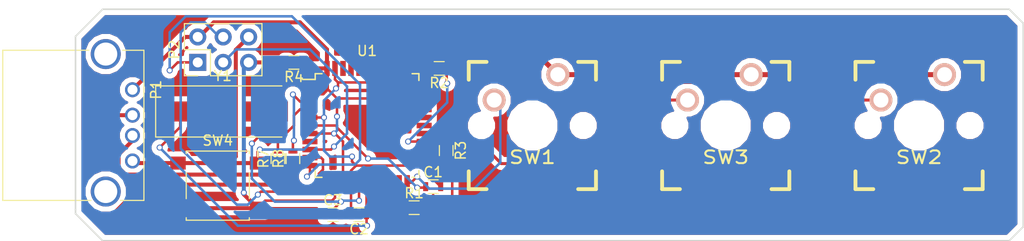
<source format=kicad_pcb>
(kicad_pcb (version 4) (host pcbnew 4.0.2-stable)

  (general
    (links 48)
    (no_connects 1)
    (area 85.524999 98.524999 180.275001 121.775001)
    (thickness 1.6)
    (drawings 9)
    (tracks 225)
    (zones 0)
    (modules 17)
    (nets 39)
  )

  (page A4)
  (layers
    (0 F.Cu signal)
    (31 B.Cu signal)
    (32 B.Adhes user)
    (33 F.Adhes user)
    (34 B.Paste user)
    (35 F.Paste user)
    (36 B.SilkS user)
    (37 F.SilkS user)
    (38 B.Mask user)
    (39 F.Mask user)
    (40 Dwgs.User user)
    (41 Cmts.User user)
    (42 Eco1.User user)
    (43 Eco2.User user)
    (44 Edge.Cuts user)
    (45 Margin user)
    (46 B.CrtYd user)
    (47 F.CrtYd user)
    (48 B.Fab user)
    (49 F.Fab user)
  )

  (setup
    (last_trace_width 0.3)
    (user_trace_width 0.25)
    (user_trace_width 0.3)
    (user_trace_width 0.35)
    (user_trace_width 0.4)
    (user_trace_width 0.45)
    (user_trace_width 0.5)
    (user_trace_width 0.75)
    (user_trace_width 1)
    (trace_clearance 0.2)
    (zone_clearance 0.508)
    (zone_45_only no)
    (trace_min 0.2)
    (segment_width 0.2)
    (edge_width 0.15)
    (via_size 0.6)
    (via_drill 0.4)
    (via_min_size 0.4)
    (via_min_drill 0.3)
    (uvia_size 0.3)
    (uvia_drill 0.1)
    (uvias_allowed no)
    (uvia_min_size 0.2)
    (uvia_min_drill 0.1)
    (pcb_text_width 0.3)
    (pcb_text_size 1.5 1.5)
    (mod_edge_width 0.15)
    (mod_text_size 1 1)
    (mod_text_width 0.15)
    (pad_size 1.524 1.524)
    (pad_drill 0.762)
    (pad_to_mask_clearance 0.2)
    (aux_axis_origin 0 0)
    (visible_elements FFFFFF7F)
    (pcbplotparams
      (layerselection 0x00030_80000001)
      (usegerberextensions false)
      (excludeedgelayer true)
      (linewidth 0.100000)
      (plotframeref false)
      (viasonmask false)
      (mode 1)
      (useauxorigin false)
      (hpglpennumber 1)
      (hpglpenspeed 20)
      (hpglpendiameter 15)
      (hpglpenoverlay 2)
      (psnegative false)
      (psa4output false)
      (plotreference true)
      (plotvalue true)
      (plotinvisibletext false)
      (padsonsilk false)
      (subtractmaskfromsilk false)
      (outputformat 1)
      (mirror false)
      (drillshape 1)
      (scaleselection 1)
      (outputdirectory ""))
  )

  (net 0 "")
  (net 1 "Net-(C1-Pad1)")
  (net 2 GND)
  (net 3 "Net-(C2-Pad1)")
  (net 4 "Net-(C3-Pad1)")
  (net 5 D+)
  (net 6 D-)
  (net 7 +5V)
  (net 8 "Net-(P1-Pad5)")
  (net 9 "Net-(P2-Pad1)")
  (net 10 "Net-(P2-Pad3)")
  (net 11 "Net-(P2-Pad4)")
  (net 12 RESET)
  (net 13 Switch3)
  (net 14 Switch2)
  (net 15 Switch1)
  (net 16 "Net-(R7-Pad2)")
  (net 17 "Net-(R8-Pad2)")
  (net 18 "Net-(U1-Pad1)")
  (net 19 "Net-(U1-Pad8)")
  (net 20 "Net-(U1-Pad12)")
  (net 21 "Net-(U1-Pad18)")
  (net 22 "Net-(U1-Pad19)")
  (net 23 "Net-(U1-Pad20)")
  (net 24 "Net-(U1-Pad21)")
  (net 25 "Net-(U1-Pad25)")
  (net 26 "Net-(U1-Pad28)")
  (net 27 "Net-(U1-Pad29)")
  (net 28 "Net-(U1-Pad30)")
  (net 29 "Net-(U1-Pad31)")
  (net 30 "Net-(U1-Pad32)")
  (net 31 "Net-(U1-Pad33)")
  (net 32 "Net-(U1-Pad36)")
  (net 33 "Net-(U1-Pad37)")
  (net 34 "Net-(U1-Pad38)")
  (net 35 "Net-(U1-Pad39)")
  (net 36 "Net-(U1-Pad40)")
  (net 37 "Net-(U1-Pad41)")
  (net 38 "Net-(U1-Pad42)")

  (net_class Default "This is the default net class."
    (clearance 0.2)
    (trace_width 0.25)
    (via_dia 0.6)
    (via_drill 0.4)
    (uvia_dia 0.3)
    (uvia_drill 0.1)
    (add_net +5V)
    (add_net D+)
    (add_net D-)
    (add_net GND)
    (add_net "Net-(C1-Pad1)")
    (add_net "Net-(C2-Pad1)")
    (add_net "Net-(C3-Pad1)")
    (add_net "Net-(P1-Pad5)")
    (add_net "Net-(P2-Pad1)")
    (add_net "Net-(P2-Pad3)")
    (add_net "Net-(P2-Pad4)")
    (add_net "Net-(R7-Pad2)")
    (add_net "Net-(R8-Pad2)")
    (add_net "Net-(U1-Pad1)")
    (add_net "Net-(U1-Pad12)")
    (add_net "Net-(U1-Pad18)")
    (add_net "Net-(U1-Pad19)")
    (add_net "Net-(U1-Pad20)")
    (add_net "Net-(U1-Pad21)")
    (add_net "Net-(U1-Pad25)")
    (add_net "Net-(U1-Pad28)")
    (add_net "Net-(U1-Pad29)")
    (add_net "Net-(U1-Pad30)")
    (add_net "Net-(U1-Pad31)")
    (add_net "Net-(U1-Pad32)")
    (add_net "Net-(U1-Pad33)")
    (add_net "Net-(U1-Pad36)")
    (add_net "Net-(U1-Pad37)")
    (add_net "Net-(U1-Pad38)")
    (add_net "Net-(U1-Pad39)")
    (add_net "Net-(U1-Pad40)")
    (add_net "Net-(U1-Pad41)")
    (add_net "Net-(U1-Pad42)")
    (add_net "Net-(U1-Pad8)")
    (add_net RESET)
    (add_net Switch1)
    (add_net Switch2)
    (add_net Switch3)
  )

  (module Resistors_SMD:R_0603 (layer F.Cu) (tedit 58E0A804) (tstamp 597EB8AB)
    (at 121.3 116.3)
    (descr "Resistor SMD 0603, reflow soldering, Vishay (see dcrcw.pdf)")
    (tags "resistor 0603")
    (path /597E9DD0)
    (attr smd)
    (fp_text reference C1 (at 0 -1.45) (layer F.SilkS)
      (effects (font (size 1 1) (thickness 0.15)))
    )
    (fp_text value 1µF (at 0 1.5) (layer F.Fab)
      (effects (font (size 1 1) (thickness 0.15)))
    )
    (fp_text user %R (at 0 0) (layer F.Fab)
      (effects (font (size 0.4 0.4) (thickness 0.075)))
    )
    (fp_line (start -0.8 0.4) (end -0.8 -0.4) (layer F.Fab) (width 0.1))
    (fp_line (start 0.8 0.4) (end -0.8 0.4) (layer F.Fab) (width 0.1))
    (fp_line (start 0.8 -0.4) (end 0.8 0.4) (layer F.Fab) (width 0.1))
    (fp_line (start -0.8 -0.4) (end 0.8 -0.4) (layer F.Fab) (width 0.1))
    (fp_line (start 0.5 0.68) (end -0.5 0.68) (layer F.SilkS) (width 0.12))
    (fp_line (start -0.5 -0.68) (end 0.5 -0.68) (layer F.SilkS) (width 0.12))
    (fp_line (start -1.25 -0.7) (end 1.25 -0.7) (layer F.CrtYd) (width 0.05))
    (fp_line (start -1.25 -0.7) (end -1.25 0.7) (layer F.CrtYd) (width 0.05))
    (fp_line (start 1.25 0.7) (end 1.25 -0.7) (layer F.CrtYd) (width 0.05))
    (fp_line (start 1.25 0.7) (end -1.25 0.7) (layer F.CrtYd) (width 0.05))
    (pad 1 smd rect (at -0.75 0) (size 0.5 0.9) (layers F.Cu F.Paste F.Mask)
      (net 1 "Net-(C1-Pad1)"))
    (pad 2 smd rect (at 0.75 0) (size 0.5 0.9) (layers F.Cu F.Paste F.Mask)
      (net 2 GND))
    (model ${KISYS3DMOD}/Resistors_SMD.3dshapes/R_0603.wrl
      (at (xyz 0 0 0))
      (scale (xyz 1 1 1))
      (rotate (xyz 0 0 0))
    )
  )

  (module Resistors_SMD:R_0603 (layer F.Cu) (tedit 58E0A804) (tstamp 597EB8B1)
    (at 113.9 119.1 180)
    (descr "Resistor SMD 0603, reflow soldering, Vishay (see dcrcw.pdf)")
    (tags "resistor 0603")
    (path /597F03DE)
    (attr smd)
    (fp_text reference C2 (at 0 -1.45 180) (layer F.SilkS)
      (effects (font (size 1 1) (thickness 0.15)))
    )
    (fp_text value 30pF (at 0 1.5 180) (layer F.Fab)
      (effects (font (size 1 1) (thickness 0.15)))
    )
    (fp_text user %R (at 0 0 180) (layer F.Fab)
      (effects (font (size 0.4 0.4) (thickness 0.075)))
    )
    (fp_line (start -0.8 0.4) (end -0.8 -0.4) (layer F.Fab) (width 0.1))
    (fp_line (start 0.8 0.4) (end -0.8 0.4) (layer F.Fab) (width 0.1))
    (fp_line (start 0.8 -0.4) (end 0.8 0.4) (layer F.Fab) (width 0.1))
    (fp_line (start -0.8 -0.4) (end 0.8 -0.4) (layer F.Fab) (width 0.1))
    (fp_line (start 0.5 0.68) (end -0.5 0.68) (layer F.SilkS) (width 0.12))
    (fp_line (start -0.5 -0.68) (end 0.5 -0.68) (layer F.SilkS) (width 0.12))
    (fp_line (start -1.25 -0.7) (end 1.25 -0.7) (layer F.CrtYd) (width 0.05))
    (fp_line (start -1.25 -0.7) (end -1.25 0.7) (layer F.CrtYd) (width 0.05))
    (fp_line (start 1.25 0.7) (end 1.25 -0.7) (layer F.CrtYd) (width 0.05))
    (fp_line (start 1.25 0.7) (end -1.25 0.7) (layer F.CrtYd) (width 0.05))
    (pad 1 smd rect (at -0.75 0 180) (size 0.5 0.9) (layers F.Cu F.Paste F.Mask)
      (net 3 "Net-(C2-Pad1)"))
    (pad 2 smd rect (at 0.75 0 180) (size 0.5 0.9) (layers F.Cu F.Paste F.Mask)
      (net 2 GND))
    (model ${KISYS3DMOD}/Resistors_SMD.3dshapes/R_0603.wrl
      (at (xyz 0 0 0))
      (scale (xyz 1 1 1))
      (rotate (xyz 0 0 0))
    )
  )

  (module Resistors_SMD:R_0603 (layer F.Cu) (tedit 58E0A804) (tstamp 597EB8B7)
    (at 111.3 119.1)
    (descr "Resistor SMD 0603, reflow soldering, Vishay (see dcrcw.pdf)")
    (tags "resistor 0603")
    (path /597F0450)
    (attr smd)
    (fp_text reference C3 (at 0 -1.45) (layer F.SilkS)
      (effects (font (size 1 1) (thickness 0.15)))
    )
    (fp_text value 30pF (at 0 1.5) (layer F.Fab)
      (effects (font (size 1 1) (thickness 0.15)))
    )
    (fp_text user %R (at 0 0) (layer F.Fab)
      (effects (font (size 0.4 0.4) (thickness 0.075)))
    )
    (fp_line (start -0.8 0.4) (end -0.8 -0.4) (layer F.Fab) (width 0.1))
    (fp_line (start 0.8 0.4) (end -0.8 0.4) (layer F.Fab) (width 0.1))
    (fp_line (start 0.8 -0.4) (end 0.8 0.4) (layer F.Fab) (width 0.1))
    (fp_line (start -0.8 -0.4) (end 0.8 -0.4) (layer F.Fab) (width 0.1))
    (fp_line (start 0.5 0.68) (end -0.5 0.68) (layer F.SilkS) (width 0.12))
    (fp_line (start -0.5 -0.68) (end 0.5 -0.68) (layer F.SilkS) (width 0.12))
    (fp_line (start -1.25 -0.7) (end 1.25 -0.7) (layer F.CrtYd) (width 0.05))
    (fp_line (start -1.25 -0.7) (end -1.25 0.7) (layer F.CrtYd) (width 0.05))
    (fp_line (start 1.25 0.7) (end 1.25 -0.7) (layer F.CrtYd) (width 0.05))
    (fp_line (start 1.25 0.7) (end -1.25 0.7) (layer F.CrtYd) (width 0.05))
    (pad 1 smd rect (at -0.75 0) (size 0.5 0.9) (layers F.Cu F.Paste F.Mask)
      (net 4 "Net-(C3-Pad1)"))
    (pad 2 smd rect (at 0.75 0) (size 0.5 0.9) (layers F.Cu F.Paste F.Mask)
      (net 2 GND))
    (model ${KISYS3DMOD}/Resistors_SMD.3dshapes/R_0603.wrl
      (at (xyz 0 0 0))
      (scale (xyz 1 1 1))
      (rotate (xyz 0 0 0))
    )
  )

  (module Connect:USB_A (layer F.Cu) (tedit 5543E289) (tstamp 597EB8C1)
    (at 91.2876 106.6292 270)
    (descr "USB A connector")
    (tags "USB USB_A")
    (path /597E93E4)
    (fp_text reference P1 (at 0 -2.35 270) (layer F.SilkS)
      (effects (font (size 1 1) (thickness 0.15)))
    )
    (fp_text value USB_A (at 3.84 7.44 270) (layer F.Fab)
      (effects (font (size 1 1) (thickness 0.15)))
    )
    (fp_line (start -5.3 13.2) (end -5.3 -1.4) (layer F.CrtYd) (width 0.05))
    (fp_line (start 11.95 -1.4) (end 11.95 13.2) (layer F.CrtYd) (width 0.05))
    (fp_line (start -5.3 13.2) (end 11.95 13.2) (layer F.CrtYd) (width 0.05))
    (fp_line (start -5.3 -1.4) (end 11.95 -1.4) (layer F.CrtYd) (width 0.05))
    (fp_line (start 11.05 -1.14) (end 11.05 1.19) (layer F.SilkS) (width 0.12))
    (fp_line (start -3.94 -1.14) (end -3.94 0.98) (layer F.SilkS) (width 0.12))
    (fp_line (start 11.05 -1.14) (end -3.94 -1.14) (layer F.SilkS) (width 0.12))
    (fp_line (start 11.05 12.95) (end -3.94 12.95) (layer F.SilkS) (width 0.12))
    (fp_line (start 11.05 4.15) (end 11.05 12.95) (layer F.SilkS) (width 0.12))
    (fp_line (start -3.94 4.35) (end -3.94 12.95) (layer F.SilkS) (width 0.12))
    (pad 4 thru_hole circle (at 7.11 0 180) (size 1.5 1.5) (drill 1) (layers *.Cu *.Mask)
      (net 2 GND))
    (pad 3 thru_hole circle (at 4.57 0 180) (size 1.5 1.5) (drill 1) (layers *.Cu *.Mask)
      (net 5 D+))
    (pad 2 thru_hole circle (at 2.54 0 180) (size 1.5 1.5) (drill 1) (layers *.Cu *.Mask)
      (net 6 D-))
    (pad 1 thru_hole circle (at 0 0 180) (size 1.5 1.5) (drill 1) (layers *.Cu *.Mask)
      (net 7 +5V))
    (pad 5 thru_hole circle (at 10.16 2.67 180) (size 3 3) (drill 2.3) (layers *.Cu *.Mask)
      (net 8 "Net-(P1-Pad5)"))
    (pad 5 thru_hole circle (at -3.56 2.67 180) (size 3 3) (drill 2.3) (layers *.Cu *.Mask)
      (net 8 "Net-(P1-Pad5)"))
    (model ${KISYS3DMOD}/Connectors.3dshapes/USB_A.wrl
      (at (xyz 0.14 0 0))
      (scale (xyz 1 1 1))
      (rotate (xyz 0 0 90))
    )
  )

  (module Resistors_SMD:R_0603 (layer F.Cu) (tedit 58E0A804) (tstamp 597EB8D1)
    (at 119.4 118.4)
    (descr "Resistor SMD 0603, reflow soldering, Vishay (see dcrcw.pdf)")
    (tags "resistor 0603")
    (path /597ED930)
    (attr smd)
    (fp_text reference R1 (at 0 -1.45) (layer F.SilkS)
      (effects (font (size 1 1) (thickness 0.15)))
    )
    (fp_text value 10K (at 0 1.5) (layer F.Fab)
      (effects (font (size 1 1) (thickness 0.15)))
    )
    (fp_text user %R (at 0 0) (layer F.Fab)
      (effects (font (size 0.4 0.4) (thickness 0.075)))
    )
    (fp_line (start -0.8 0.4) (end -0.8 -0.4) (layer F.Fab) (width 0.1))
    (fp_line (start 0.8 0.4) (end -0.8 0.4) (layer F.Fab) (width 0.1))
    (fp_line (start 0.8 -0.4) (end 0.8 0.4) (layer F.Fab) (width 0.1))
    (fp_line (start -0.8 -0.4) (end 0.8 -0.4) (layer F.Fab) (width 0.1))
    (fp_line (start 0.5 0.68) (end -0.5 0.68) (layer F.SilkS) (width 0.12))
    (fp_line (start -0.5 -0.68) (end 0.5 -0.68) (layer F.SilkS) (width 0.12))
    (fp_line (start -1.25 -0.7) (end 1.25 -0.7) (layer F.CrtYd) (width 0.05))
    (fp_line (start -1.25 -0.7) (end -1.25 0.7) (layer F.CrtYd) (width 0.05))
    (fp_line (start 1.25 0.7) (end 1.25 -0.7) (layer F.CrtYd) (width 0.05))
    (fp_line (start 1.25 0.7) (end -1.25 0.7) (layer F.CrtYd) (width 0.05))
    (pad 1 smd rect (at -0.75 0) (size 0.5 0.9) (layers F.Cu F.Paste F.Mask)
      (net 13 Switch3))
    (pad 2 smd rect (at 0.75 0) (size 0.5 0.9) (layers F.Cu F.Paste F.Mask)
      (net 7 +5V))
    (model ${KISYS3DMOD}/Resistors_SMD.3dshapes/R_0603.wrl
      (at (xyz 0 0 0))
      (scale (xyz 1 1 1))
      (rotate (xyz 0 0 0))
    )
  )

  (module Resistors_SMD:R_0603 (layer F.Cu) (tedit 58E0A804) (tstamp 597EB8D7)
    (at 121.9 104.5 180)
    (descr "Resistor SMD 0603, reflow soldering, Vishay (see dcrcw.pdf)")
    (tags "resistor 0603")
    (path /597EDA60)
    (attr smd)
    (fp_text reference R2 (at 0 -1.45 180) (layer F.SilkS)
      (effects (font (size 1 1) (thickness 0.15)))
    )
    (fp_text value 10K (at 0 1.5 180) (layer F.Fab)
      (effects (font (size 1 1) (thickness 0.15)))
    )
    (fp_text user %R (at 0 0 180) (layer F.Fab)
      (effects (font (size 0.4 0.4) (thickness 0.075)))
    )
    (fp_line (start -0.8 0.4) (end -0.8 -0.4) (layer F.Fab) (width 0.1))
    (fp_line (start 0.8 0.4) (end -0.8 0.4) (layer F.Fab) (width 0.1))
    (fp_line (start 0.8 -0.4) (end 0.8 0.4) (layer F.Fab) (width 0.1))
    (fp_line (start -0.8 -0.4) (end 0.8 -0.4) (layer F.Fab) (width 0.1))
    (fp_line (start 0.5 0.68) (end -0.5 0.68) (layer F.SilkS) (width 0.12))
    (fp_line (start -0.5 -0.68) (end 0.5 -0.68) (layer F.SilkS) (width 0.12))
    (fp_line (start -1.25 -0.7) (end 1.25 -0.7) (layer F.CrtYd) (width 0.05))
    (fp_line (start -1.25 -0.7) (end -1.25 0.7) (layer F.CrtYd) (width 0.05))
    (fp_line (start 1.25 0.7) (end 1.25 -0.7) (layer F.CrtYd) (width 0.05))
    (fp_line (start 1.25 0.7) (end -1.25 0.7) (layer F.CrtYd) (width 0.05))
    (pad 1 smd rect (at -0.75 0 180) (size 0.5 0.9) (layers F.Cu F.Paste F.Mask)
      (net 14 Switch2))
    (pad 2 smd rect (at 0.75 0 180) (size 0.5 0.9) (layers F.Cu F.Paste F.Mask)
      (net 7 +5V))
    (model ${KISYS3DMOD}/Resistors_SMD.3dshapes/R_0603.wrl
      (at (xyz 0 0 0))
      (scale (xyz 1 1 1))
      (rotate (xyz 0 0 0))
    )
  )

  (module Resistors_SMD:R_0603 (layer F.Cu) (tedit 58E0A804) (tstamp 597EB8DD)
    (at 122.6 112.7 270)
    (descr "Resistor SMD 0603, reflow soldering, Vishay (see dcrcw.pdf)")
    (tags "resistor 0603")
    (path /597EDC44)
    (attr smd)
    (fp_text reference R3 (at 0 -1.45 270) (layer F.SilkS)
      (effects (font (size 1 1) (thickness 0.15)))
    )
    (fp_text value 10K (at 0 1.5 270) (layer F.Fab)
      (effects (font (size 1 1) (thickness 0.15)))
    )
    (fp_text user %R (at 0 0 270) (layer F.Fab)
      (effects (font (size 0.4 0.4) (thickness 0.075)))
    )
    (fp_line (start -0.8 0.4) (end -0.8 -0.4) (layer F.Fab) (width 0.1))
    (fp_line (start 0.8 0.4) (end -0.8 0.4) (layer F.Fab) (width 0.1))
    (fp_line (start 0.8 -0.4) (end 0.8 0.4) (layer F.Fab) (width 0.1))
    (fp_line (start -0.8 -0.4) (end 0.8 -0.4) (layer F.Fab) (width 0.1))
    (fp_line (start 0.5 0.68) (end -0.5 0.68) (layer F.SilkS) (width 0.12))
    (fp_line (start -0.5 -0.68) (end 0.5 -0.68) (layer F.SilkS) (width 0.12))
    (fp_line (start -1.25 -0.7) (end 1.25 -0.7) (layer F.CrtYd) (width 0.05))
    (fp_line (start -1.25 -0.7) (end -1.25 0.7) (layer F.CrtYd) (width 0.05))
    (fp_line (start 1.25 0.7) (end 1.25 -0.7) (layer F.CrtYd) (width 0.05))
    (fp_line (start 1.25 0.7) (end -1.25 0.7) (layer F.CrtYd) (width 0.05))
    (pad 1 smd rect (at -0.75 0 270) (size 0.5 0.9) (layers F.Cu F.Paste F.Mask)
      (net 15 Switch1))
    (pad 2 smd rect (at 0.75 0 270) (size 0.5 0.9) (layers F.Cu F.Paste F.Mask)
      (net 7 +5V))
    (model ${KISYS3DMOD}/Resistors_SMD.3dshapes/R_0603.wrl
      (at (xyz 0 0 0))
      (scale (xyz 1 1 1))
      (rotate (xyz 0 0 0))
    )
  )

  (module Resistors_SMD:R_0603 (layer F.Cu) (tedit 58E0A804) (tstamp 597EB8E3)
    (at 107.4 103.9 180)
    (descr "Resistor SMD 0603, reflow soldering, Vishay (see dcrcw.pdf)")
    (tags "resistor 0603")
    (path /597EAFEB)
    (attr smd)
    (fp_text reference R4 (at 0 -1.45 180) (layer F.SilkS)
      (effects (font (size 1 1) (thickness 0.15)))
    )
    (fp_text value 10K (at 0 1.5 180) (layer F.Fab)
      (effects (font (size 1 1) (thickness 0.15)))
    )
    (fp_text user %R (at 0 0 180) (layer F.Fab)
      (effects (font (size 0.4 0.4) (thickness 0.075)))
    )
    (fp_line (start -0.8 0.4) (end -0.8 -0.4) (layer F.Fab) (width 0.1))
    (fp_line (start 0.8 0.4) (end -0.8 0.4) (layer F.Fab) (width 0.1))
    (fp_line (start 0.8 -0.4) (end 0.8 0.4) (layer F.Fab) (width 0.1))
    (fp_line (start -0.8 -0.4) (end 0.8 -0.4) (layer F.Fab) (width 0.1))
    (fp_line (start 0.5 0.68) (end -0.5 0.68) (layer F.SilkS) (width 0.12))
    (fp_line (start -0.5 -0.68) (end 0.5 -0.68) (layer F.SilkS) (width 0.12))
    (fp_line (start -1.25 -0.7) (end 1.25 -0.7) (layer F.CrtYd) (width 0.05))
    (fp_line (start -1.25 -0.7) (end -1.25 0.7) (layer F.CrtYd) (width 0.05))
    (fp_line (start 1.25 0.7) (end 1.25 -0.7) (layer F.CrtYd) (width 0.05))
    (fp_line (start 1.25 0.7) (end -1.25 0.7) (layer F.CrtYd) (width 0.05))
    (pad 1 smd rect (at -0.75 0 180) (size 0.5 0.9) (layers F.Cu F.Paste F.Mask)
      (net 7 +5V))
    (pad 2 smd rect (at 0.75 0 180) (size 0.5 0.9) (layers F.Cu F.Paste F.Mask)
      (net 12 RESET))
    (model ${KISYS3DMOD}/Resistors_SMD.3dshapes/R_0603.wrl
      (at (xyz 0 0 0))
      (scale (xyz 1 1 1))
      (rotate (xyz 0 0 0))
    )
  )

  (module Resistors_SMD:R_0603 (layer F.Cu) (tedit 58E0A804) (tstamp 597EB8E9)
    (at 105.8 113.5 90)
    (descr "Resistor SMD 0603, reflow soldering, Vishay (see dcrcw.pdf)")
    (tags "resistor 0603")
    (path /597E9639)
    (attr smd)
    (fp_text reference R7 (at 0 -1.45 90) (layer F.SilkS)
      (effects (font (size 1 1) (thickness 0.15)))
    )
    (fp_text value 22 (at 0 1.5 90) (layer F.Fab)
      (effects (font (size 1 1) (thickness 0.15)))
    )
    (fp_text user %R (at 0 0 90) (layer F.Fab)
      (effects (font (size 0.4 0.4) (thickness 0.075)))
    )
    (fp_line (start -0.8 0.4) (end -0.8 -0.4) (layer F.Fab) (width 0.1))
    (fp_line (start 0.8 0.4) (end -0.8 0.4) (layer F.Fab) (width 0.1))
    (fp_line (start 0.8 -0.4) (end 0.8 0.4) (layer F.Fab) (width 0.1))
    (fp_line (start -0.8 -0.4) (end 0.8 -0.4) (layer F.Fab) (width 0.1))
    (fp_line (start 0.5 0.68) (end -0.5 0.68) (layer F.SilkS) (width 0.12))
    (fp_line (start -0.5 -0.68) (end 0.5 -0.68) (layer F.SilkS) (width 0.12))
    (fp_line (start -1.25 -0.7) (end 1.25 -0.7) (layer F.CrtYd) (width 0.05))
    (fp_line (start -1.25 -0.7) (end -1.25 0.7) (layer F.CrtYd) (width 0.05))
    (fp_line (start 1.25 0.7) (end 1.25 -0.7) (layer F.CrtYd) (width 0.05))
    (fp_line (start 1.25 0.7) (end -1.25 0.7) (layer F.CrtYd) (width 0.05))
    (pad 1 smd rect (at -0.75 0 90) (size 0.5 0.9) (layers F.Cu F.Paste F.Mask)
      (net 5 D+))
    (pad 2 smd rect (at 0.75 0 90) (size 0.5 0.9) (layers F.Cu F.Paste F.Mask)
      (net 16 "Net-(R7-Pad2)"))
    (model ${KISYS3DMOD}/Resistors_SMD.3dshapes/R_0603.wrl
      (at (xyz 0 0 0))
      (scale (xyz 1 1 1))
      (rotate (xyz 0 0 0))
    )
  )

  (module Resistors_SMD:R_0603 (layer F.Cu) (tedit 58E0A804) (tstamp 597EB8EF)
    (at 107.3 113.5 90)
    (descr "Resistor SMD 0603, reflow soldering, Vishay (see dcrcw.pdf)")
    (tags "resistor 0603")
    (path /597E9672)
    (attr smd)
    (fp_text reference R8 (at 0 -1.45 90) (layer F.SilkS)
      (effects (font (size 1 1) (thickness 0.15)))
    )
    (fp_text value 22 (at 0 1.5 90) (layer F.Fab)
      (effects (font (size 1 1) (thickness 0.15)))
    )
    (fp_text user %R (at 0 0 90) (layer F.Fab)
      (effects (font (size 0.4 0.4) (thickness 0.075)))
    )
    (fp_line (start -0.8 0.4) (end -0.8 -0.4) (layer F.Fab) (width 0.1))
    (fp_line (start 0.8 0.4) (end -0.8 0.4) (layer F.Fab) (width 0.1))
    (fp_line (start 0.8 -0.4) (end 0.8 0.4) (layer F.Fab) (width 0.1))
    (fp_line (start -0.8 -0.4) (end 0.8 -0.4) (layer F.Fab) (width 0.1))
    (fp_line (start 0.5 0.68) (end -0.5 0.68) (layer F.SilkS) (width 0.12))
    (fp_line (start -0.5 -0.68) (end 0.5 -0.68) (layer F.SilkS) (width 0.12))
    (fp_line (start -1.25 -0.7) (end 1.25 -0.7) (layer F.CrtYd) (width 0.05))
    (fp_line (start -1.25 -0.7) (end -1.25 0.7) (layer F.CrtYd) (width 0.05))
    (fp_line (start 1.25 0.7) (end 1.25 -0.7) (layer F.CrtYd) (width 0.05))
    (fp_line (start 1.25 0.7) (end -1.25 0.7) (layer F.CrtYd) (width 0.05))
    (pad 1 smd rect (at -0.75 0 90) (size 0.5 0.9) (layers F.Cu F.Paste F.Mask)
      (net 6 D-))
    (pad 2 smd rect (at 0.75 0 90) (size 0.5 0.9) (layers F.Cu F.Paste F.Mask)
      (net 17 "Net-(R8-Pad2)"))
    (model ${KISYS3DMOD}/Resistors_SMD.3dshapes/R_0603.wrl
      (at (xyz 0 0 0))
      (scale (xyz 1 1 1))
      (rotate (xyz 0 0 0))
    )
  )

  (module keyboard:CHERRY_PCB_100H (layer F.Cu) (tedit 549A0505) (tstamp 597EB8F8)
    (at 131.2 110.2)
    (path /597EBEA5)
    (fp_text reference SW1 (at 0 3.175) (layer F.SilkS)
      (effects (font (size 1.27 1.524) (thickness 0.2032)))
    )
    (fp_text value SW_PUSH (at 0 5.08) (layer F.SilkS) hide
      (effects (font (size 1.27 1.524) (thickness 0.2032)))
    )
    (fp_text user 1.00u (at -5.715 8.255) (layer Dwgs.User)
      (effects (font (thickness 0.3048)))
    )
    (fp_line (start -6.35 -6.35) (end 6.35 -6.35) (layer Cmts.User) (width 0.1524))
    (fp_line (start 6.35 -6.35) (end 6.35 6.35) (layer Cmts.User) (width 0.1524))
    (fp_line (start 6.35 6.35) (end -6.35 6.35) (layer Cmts.User) (width 0.1524))
    (fp_line (start -6.35 6.35) (end -6.35 -6.35) (layer Cmts.User) (width 0.1524))
    (fp_line (start -9.398 -9.398) (end 9.398 -9.398) (layer Dwgs.User) (width 0.1524))
    (fp_line (start 9.398 -9.398) (end 9.398 9.398) (layer Dwgs.User) (width 0.1524))
    (fp_line (start 9.398 9.398) (end -9.398 9.398) (layer Dwgs.User) (width 0.1524))
    (fp_line (start -9.398 9.398) (end -9.398 -9.398) (layer Dwgs.User) (width 0.1524))
    (fp_line (start -6.35 -6.35) (end -4.572 -6.35) (layer F.SilkS) (width 0.381))
    (fp_line (start 4.572 -6.35) (end 6.35 -6.35) (layer F.SilkS) (width 0.381))
    (fp_line (start 6.35 -6.35) (end 6.35 -4.572) (layer F.SilkS) (width 0.381))
    (fp_line (start 6.35 4.572) (end 6.35 6.35) (layer F.SilkS) (width 0.381))
    (fp_line (start 6.35 6.35) (end 4.572 6.35) (layer F.SilkS) (width 0.381))
    (fp_line (start -4.572 6.35) (end -6.35 6.35) (layer F.SilkS) (width 0.381))
    (fp_line (start -6.35 6.35) (end -6.35 4.572) (layer F.SilkS) (width 0.381))
    (fp_line (start -6.35 -4.572) (end -6.35 -6.35) (layer F.SilkS) (width 0.381))
    (fp_line (start -6.985 -6.985) (end 6.985 -6.985) (layer Eco2.User) (width 0.1524))
    (fp_line (start 6.985 -6.985) (end 6.985 6.985) (layer Eco2.User) (width 0.1524))
    (fp_line (start 6.985 6.985) (end -6.985 6.985) (layer Eco2.User) (width 0.1524))
    (fp_line (start -6.985 6.985) (end -6.985 -6.985) (layer Eco2.User) (width 0.1524))
    (pad 1 thru_hole circle (at 2.54 -5.08) (size 2.286 2.286) (drill 1.4986) (layers *.Cu *.SilkS *.Mask)
      (net 2 GND))
    (pad 2 thru_hole circle (at -3.81 -2.54) (size 2.286 2.286) (drill 1.4986) (layers *.Cu *.SilkS *.Mask)
      (net 13 Switch3))
    (pad HOLE np_thru_hole circle (at 0 0) (size 3.9878 3.9878) (drill 3.9878) (layers *.Cu))
    (pad HOLE np_thru_hole circle (at -5.08 0) (size 1.7018 1.7018) (drill 1.7018) (layers *.Cu))
    (pad HOLE np_thru_hole circle (at 5.08 0) (size 1.7018 1.7018) (drill 1.7018) (layers *.Cu))
  )

  (module keyboard:CHERRY_PCB_100H (layer F.Cu) (tedit 549A0505) (tstamp 597EB901)
    (at 169.8 110.2)
    (path /597EC113)
    (fp_text reference SW2 (at 0 3.175) (layer F.SilkS)
      (effects (font (size 1.27 1.524) (thickness 0.2032)))
    )
    (fp_text value SW_PUSH (at 0 5.08) (layer F.SilkS) hide
      (effects (font (size 1.27 1.524) (thickness 0.2032)))
    )
    (fp_text user 1.00u (at -5.715 8.255) (layer Dwgs.User)
      (effects (font (thickness 0.3048)))
    )
    (fp_line (start -6.35 -6.35) (end 6.35 -6.35) (layer Cmts.User) (width 0.1524))
    (fp_line (start 6.35 -6.35) (end 6.35 6.35) (layer Cmts.User) (width 0.1524))
    (fp_line (start 6.35 6.35) (end -6.35 6.35) (layer Cmts.User) (width 0.1524))
    (fp_line (start -6.35 6.35) (end -6.35 -6.35) (layer Cmts.User) (width 0.1524))
    (fp_line (start -9.398 -9.398) (end 9.398 -9.398) (layer Dwgs.User) (width 0.1524))
    (fp_line (start 9.398 -9.398) (end 9.398 9.398) (layer Dwgs.User) (width 0.1524))
    (fp_line (start 9.398 9.398) (end -9.398 9.398) (layer Dwgs.User) (width 0.1524))
    (fp_line (start -9.398 9.398) (end -9.398 -9.398) (layer Dwgs.User) (width 0.1524))
    (fp_line (start -6.35 -6.35) (end -4.572 -6.35) (layer F.SilkS) (width 0.381))
    (fp_line (start 4.572 -6.35) (end 6.35 -6.35) (layer F.SilkS) (width 0.381))
    (fp_line (start 6.35 -6.35) (end 6.35 -4.572) (layer F.SilkS) (width 0.381))
    (fp_line (start 6.35 4.572) (end 6.35 6.35) (layer F.SilkS) (width 0.381))
    (fp_line (start 6.35 6.35) (end 4.572 6.35) (layer F.SilkS) (width 0.381))
    (fp_line (start -4.572 6.35) (end -6.35 6.35) (layer F.SilkS) (width 0.381))
    (fp_line (start -6.35 6.35) (end -6.35 4.572) (layer F.SilkS) (width 0.381))
    (fp_line (start -6.35 -4.572) (end -6.35 -6.35) (layer F.SilkS) (width 0.381))
    (fp_line (start -6.985 -6.985) (end 6.985 -6.985) (layer Eco2.User) (width 0.1524))
    (fp_line (start 6.985 -6.985) (end 6.985 6.985) (layer Eco2.User) (width 0.1524))
    (fp_line (start 6.985 6.985) (end -6.985 6.985) (layer Eco2.User) (width 0.1524))
    (fp_line (start -6.985 6.985) (end -6.985 -6.985) (layer Eco2.User) (width 0.1524))
    (pad 1 thru_hole circle (at 2.54 -5.08) (size 2.286 2.286) (drill 1.4986) (layers *.Cu *.SilkS *.Mask)
      (net 2 GND))
    (pad 2 thru_hole circle (at -3.81 -2.54) (size 2.286 2.286) (drill 1.4986) (layers *.Cu *.SilkS *.Mask)
      (net 14 Switch2))
    (pad HOLE np_thru_hole circle (at 0 0) (size 3.9878 3.9878) (drill 3.9878) (layers *.Cu))
    (pad HOLE np_thru_hole circle (at -5.08 0) (size 1.7018 1.7018) (drill 1.7018) (layers *.Cu))
    (pad HOLE np_thru_hole circle (at 5.08 0) (size 1.7018 1.7018) (drill 1.7018) (layers *.Cu))
  )

  (module keyboard:CHERRY_PCB_100H (layer F.Cu) (tedit 549A0505) (tstamp 597EB90A)
    (at 150.5 110.2)
    (path /597EC22B)
    (fp_text reference SW3 (at 0 3.175) (layer F.SilkS)
      (effects (font (size 1.27 1.524) (thickness 0.2032)))
    )
    (fp_text value SW_PUSH (at 0 5.08) (layer F.SilkS) hide
      (effects (font (size 1.27 1.524) (thickness 0.2032)))
    )
    (fp_text user 1.00u (at -5.715 8.255) (layer Dwgs.User)
      (effects (font (thickness 0.3048)))
    )
    (fp_line (start -6.35 -6.35) (end 6.35 -6.35) (layer Cmts.User) (width 0.1524))
    (fp_line (start 6.35 -6.35) (end 6.35 6.35) (layer Cmts.User) (width 0.1524))
    (fp_line (start 6.35 6.35) (end -6.35 6.35) (layer Cmts.User) (width 0.1524))
    (fp_line (start -6.35 6.35) (end -6.35 -6.35) (layer Cmts.User) (width 0.1524))
    (fp_line (start -9.398 -9.398) (end 9.398 -9.398) (layer Dwgs.User) (width 0.1524))
    (fp_line (start 9.398 -9.398) (end 9.398 9.398) (layer Dwgs.User) (width 0.1524))
    (fp_line (start 9.398 9.398) (end -9.398 9.398) (layer Dwgs.User) (width 0.1524))
    (fp_line (start -9.398 9.398) (end -9.398 -9.398) (layer Dwgs.User) (width 0.1524))
    (fp_line (start -6.35 -6.35) (end -4.572 -6.35) (layer F.SilkS) (width 0.381))
    (fp_line (start 4.572 -6.35) (end 6.35 -6.35) (layer F.SilkS) (width 0.381))
    (fp_line (start 6.35 -6.35) (end 6.35 -4.572) (layer F.SilkS) (width 0.381))
    (fp_line (start 6.35 4.572) (end 6.35 6.35) (layer F.SilkS) (width 0.381))
    (fp_line (start 6.35 6.35) (end 4.572 6.35) (layer F.SilkS) (width 0.381))
    (fp_line (start -4.572 6.35) (end -6.35 6.35) (layer F.SilkS) (width 0.381))
    (fp_line (start -6.35 6.35) (end -6.35 4.572) (layer F.SilkS) (width 0.381))
    (fp_line (start -6.35 -4.572) (end -6.35 -6.35) (layer F.SilkS) (width 0.381))
    (fp_line (start -6.985 -6.985) (end 6.985 -6.985) (layer Eco2.User) (width 0.1524))
    (fp_line (start 6.985 -6.985) (end 6.985 6.985) (layer Eco2.User) (width 0.1524))
    (fp_line (start 6.985 6.985) (end -6.985 6.985) (layer Eco2.User) (width 0.1524))
    (fp_line (start -6.985 6.985) (end -6.985 -6.985) (layer Eco2.User) (width 0.1524))
    (pad 1 thru_hole circle (at 2.54 -5.08) (size 2.286 2.286) (drill 1.4986) (layers *.Cu *.SilkS *.Mask)
      (net 2 GND))
    (pad 2 thru_hole circle (at -3.81 -2.54) (size 2.286 2.286) (drill 1.4986) (layers *.Cu *.SilkS *.Mask)
      (net 15 Switch1))
    (pad HOLE np_thru_hole circle (at 0 0) (size 3.9878 3.9878) (drill 3.9878) (layers *.Cu))
    (pad HOLE np_thru_hole circle (at -5.08 0) (size 1.7018 1.7018) (drill 1.7018) (layers *.Cu))
    (pad HOLE np_thru_hole circle (at 5.08 0) (size 1.7018 1.7018) (drill 1.7018) (layers *.Cu))
  )

  (module Buttons_Switches_SMD:SW_SPST_B3S-1000 (layer F.Cu) (tedit 58724047) (tstamp 597EB912)
    (at 99.8 116.2)
    (descr "Surface Mount Tactile Switch for High-Density Packaging")
    (tags "Tactile Switch")
    (path /597EB1A2)
    (attr smd)
    (fp_text reference SW4 (at 0 -4.5) (layer F.SilkS)
      (effects (font (size 1 1) (thickness 0.15)))
    )
    (fp_text value SW_PUSH (at 0 4.5) (layer F.Fab)
      (effects (font (size 1 1) (thickness 0.15)))
    )
    (fp_text user %R (at 0 -4.5) (layer F.Fab)
      (effects (font (size 1 1) (thickness 0.15)))
    )
    (fp_line (start -5 3.7) (end 5 3.7) (layer F.CrtYd) (width 0.05))
    (fp_line (start 5 3.7) (end 5 -3.7) (layer F.CrtYd) (width 0.05))
    (fp_line (start 5 -3.7) (end -5 -3.7) (layer F.CrtYd) (width 0.05))
    (fp_line (start -5 -3.7) (end -5 3.7) (layer F.CrtYd) (width 0.05))
    (fp_line (start -3.15 -3.2) (end -3.15 -3.45) (layer F.SilkS) (width 0.12))
    (fp_line (start -3.15 -3.45) (end 3.15 -3.45) (layer F.SilkS) (width 0.12))
    (fp_line (start 3.15 -3.45) (end 3.15 -3.2) (layer F.SilkS) (width 0.12))
    (fp_line (start -3.15 1.3) (end -3.15 -1.3) (layer F.SilkS) (width 0.12))
    (fp_line (start 3.15 3.2) (end 3.15 3.45) (layer F.SilkS) (width 0.12))
    (fp_line (start 3.15 3.45) (end -3.15 3.45) (layer F.SilkS) (width 0.12))
    (fp_line (start -3.15 3.45) (end -3.15 3.2) (layer F.SilkS) (width 0.12))
    (fp_line (start 3.15 -1.3) (end 3.15 1.3) (layer F.SilkS) (width 0.12))
    (fp_circle (center 0 0) (end 1.65 0) (layer F.Fab) (width 0.1))
    (fp_line (start -3 -3.3) (end 3 -3.3) (layer F.Fab) (width 0.1))
    (fp_line (start 3 -3.3) (end 3 3.3) (layer F.Fab) (width 0.1))
    (fp_line (start 3 3.3) (end -3 3.3) (layer F.Fab) (width 0.1))
    (fp_line (start -3 3.3) (end -3 -3.3) (layer F.Fab) (width 0.1))
    (pad 1 smd rect (at -3.975 -2.25) (size 1.55 1.3) (layers F.Cu F.Paste F.Mask)
      (net 2 GND))
    (pad 1 smd rect (at 3.975 -2.25) (size 1.55 1.3) (layers F.Cu F.Paste F.Mask)
      (net 2 GND))
    (pad 2 smd rect (at -3.975 2.25) (size 1.55 1.3) (layers F.Cu F.Paste F.Mask)
      (net 12 RESET))
    (pad 2 smd rect (at 3.975 2.25) (size 1.55 1.3) (layers F.Cu F.Paste F.Mask)
      (net 12 RESET))
    (model ${KISYS3DMOD}/Buttons_Switches_SMD.3dshapes/SW_SPST_B3S-1000.wrl
      (at (xyz 0 0 0))
      (scale (xyz 1 1 1))
      (rotate (xyz 0 0 0))
    )
  )

  (module Housings_QFP:TQFP-44_10x10mm_Pitch0.8mm (layer F.Cu) (tedit 58CC9A48) (tstamp 597EB942)
    (at 114.7 110.2)
    (descr "44-Lead Plastic Thin Quad Flatpack (PT) - 10x10x1.0 mm Body [TQFP] (see Microchip Packaging Specification 00000049BS.pdf)")
    (tags "QFP 0.8")
    (path /597E938A)
    (attr smd)
    (fp_text reference U1 (at 0 -7.45) (layer F.SilkS)
      (effects (font (size 1 1) (thickness 0.15)))
    )
    (fp_text value ATMEGA32U4-A (at 0 7.45) (layer F.Fab)
      (effects (font (size 1 1) (thickness 0.15)))
    )
    (fp_text user %R (at 0 0) (layer F.Fab)
      (effects (font (size 1 1) (thickness 0.15)))
    )
    (fp_line (start -4 -5) (end 5 -5) (layer F.Fab) (width 0.15))
    (fp_line (start 5 -5) (end 5 5) (layer F.Fab) (width 0.15))
    (fp_line (start 5 5) (end -5 5) (layer F.Fab) (width 0.15))
    (fp_line (start -5 5) (end -5 -4) (layer F.Fab) (width 0.15))
    (fp_line (start -5 -4) (end -4 -5) (layer F.Fab) (width 0.15))
    (fp_line (start -6.7 -6.7) (end -6.7 6.7) (layer F.CrtYd) (width 0.05))
    (fp_line (start 6.7 -6.7) (end 6.7 6.7) (layer F.CrtYd) (width 0.05))
    (fp_line (start -6.7 -6.7) (end 6.7 -6.7) (layer F.CrtYd) (width 0.05))
    (fp_line (start -6.7 6.7) (end 6.7 6.7) (layer F.CrtYd) (width 0.05))
    (fp_line (start -5.175 -5.175) (end -5.175 -4.6) (layer F.SilkS) (width 0.15))
    (fp_line (start 5.175 -5.175) (end 5.175 -4.5) (layer F.SilkS) (width 0.15))
    (fp_line (start 5.175 5.175) (end 5.175 4.5) (layer F.SilkS) (width 0.15))
    (fp_line (start -5.175 5.175) (end -5.175 4.5) (layer F.SilkS) (width 0.15))
    (fp_line (start -5.175 -5.175) (end -4.5 -5.175) (layer F.SilkS) (width 0.15))
    (fp_line (start -5.175 5.175) (end -4.5 5.175) (layer F.SilkS) (width 0.15))
    (fp_line (start 5.175 5.175) (end 4.5 5.175) (layer F.SilkS) (width 0.15))
    (fp_line (start 5.175 -5.175) (end 4.5 -5.175) (layer F.SilkS) (width 0.15))
    (fp_line (start -5.175 -4.6) (end -6.45 -4.6) (layer F.SilkS) (width 0.15))
    (pad 1 smd rect (at -5.7 -4) (size 1.5 0.55) (layers F.Cu F.Paste F.Mask)
      (net 18 "Net-(U1-Pad1)"))
    (pad 2 smd rect (at -5.7 -3.2) (size 1.5 0.55) (layers F.Cu F.Paste F.Mask)
      (net 7 +5V))
    (pad 3 smd rect (at -5.7 -2.4) (size 1.5 0.55) (layers F.Cu F.Paste F.Mask)
      (net 17 "Net-(R8-Pad2)"))
    (pad 4 smd rect (at -5.7 -1.6) (size 1.5 0.55) (layers F.Cu F.Paste F.Mask)
      (net 16 "Net-(R7-Pad2)"))
    (pad 5 smd rect (at -5.7 -0.8) (size 1.5 0.55) (layers F.Cu F.Paste F.Mask)
      (net 2 GND))
    (pad 6 smd rect (at -5.7 0) (size 1.5 0.55) (layers F.Cu F.Paste F.Mask)
      (net 1 "Net-(C1-Pad1)"))
    (pad 7 smd rect (at -5.7 0.8) (size 1.5 0.55) (layers F.Cu F.Paste F.Mask)
      (net 7 +5V))
    (pad 8 smd rect (at -5.7 1.6) (size 1.5 0.55) (layers F.Cu F.Paste F.Mask)
      (net 19 "Net-(U1-Pad8)"))
    (pad 9 smd rect (at -5.7 2.4) (size 1.5 0.55) (layers F.Cu F.Paste F.Mask)
      (net 10 "Net-(P2-Pad3)"))
    (pad 10 smd rect (at -5.7 3.2) (size 1.5 0.55) (layers F.Cu F.Paste F.Mask)
      (net 11 "Net-(P2-Pad4)"))
    (pad 11 smd rect (at -5.7 4) (size 1.5 0.55) (layers F.Cu F.Paste F.Mask)
      (net 9 "Net-(P2-Pad1)"))
    (pad 12 smd rect (at -4 5.7 90) (size 1.5 0.55) (layers F.Cu F.Paste F.Mask)
      (net 20 "Net-(U1-Pad12)"))
    (pad 13 smd rect (at -3.2 5.7 90) (size 1.5 0.55) (layers F.Cu F.Paste F.Mask)
      (net 12 RESET))
    (pad 14 smd rect (at -2.4 5.7 90) (size 1.5 0.55) (layers F.Cu F.Paste F.Mask)
      (net 7 +5V))
    (pad 15 smd rect (at -1.6 5.7 90) (size 1.5 0.55) (layers F.Cu F.Paste F.Mask)
      (net 2 GND))
    (pad 16 smd rect (at -0.8 5.7 90) (size 1.5 0.55) (layers F.Cu F.Paste F.Mask)
      (net 4 "Net-(C3-Pad1)"))
    (pad 17 smd rect (at 0 5.7 90) (size 1.5 0.55) (layers F.Cu F.Paste F.Mask)
      (net 3 "Net-(C2-Pad1)"))
    (pad 18 smd rect (at 0.8 5.7 90) (size 1.5 0.55) (layers F.Cu F.Paste F.Mask)
      (net 21 "Net-(U1-Pad18)"))
    (pad 19 smd rect (at 1.6 5.7 90) (size 1.5 0.55) (layers F.Cu F.Paste F.Mask)
      (net 22 "Net-(U1-Pad19)"))
    (pad 20 smd rect (at 2.4 5.7 90) (size 1.5 0.55) (layers F.Cu F.Paste F.Mask)
      (net 23 "Net-(U1-Pad20)"))
    (pad 21 smd rect (at 3.2 5.7 90) (size 1.5 0.55) (layers F.Cu F.Paste F.Mask)
      (net 24 "Net-(U1-Pad21)"))
    (pad 22 smd rect (at 4 5.7 90) (size 1.5 0.55) (layers F.Cu F.Paste F.Mask)
      (net 13 Switch3))
    (pad 23 smd rect (at 5.7 4) (size 1.5 0.55) (layers F.Cu F.Paste F.Mask)
      (net 2 GND))
    (pad 24 smd rect (at 5.7 3.2) (size 1.5 0.55) (layers F.Cu F.Paste F.Mask)
      (net 7 +5V))
    (pad 25 smd rect (at 5.7 2.4) (size 1.5 0.55) (layers F.Cu F.Paste F.Mask)
      (net 25 "Net-(U1-Pad25)"))
    (pad 26 smd rect (at 5.7 1.6) (size 1.5 0.55) (layers F.Cu F.Paste F.Mask)
      (net 14 Switch2))
    (pad 27 smd rect (at 5.7 0.8) (size 1.5 0.55) (layers F.Cu F.Paste F.Mask)
      (net 15 Switch1))
    (pad 28 smd rect (at 5.7 0) (size 1.5 0.55) (layers F.Cu F.Paste F.Mask)
      (net 26 "Net-(U1-Pad28)"))
    (pad 29 smd rect (at 5.7 -0.8) (size 1.5 0.55) (layers F.Cu F.Paste F.Mask)
      (net 27 "Net-(U1-Pad29)"))
    (pad 30 smd rect (at 5.7 -1.6) (size 1.5 0.55) (layers F.Cu F.Paste F.Mask)
      (net 28 "Net-(U1-Pad30)"))
    (pad 31 smd rect (at 5.7 -2.4) (size 1.5 0.55) (layers F.Cu F.Paste F.Mask)
      (net 29 "Net-(U1-Pad31)"))
    (pad 32 smd rect (at 5.7 -3.2) (size 1.5 0.55) (layers F.Cu F.Paste F.Mask)
      (net 30 "Net-(U1-Pad32)"))
    (pad 33 smd rect (at 5.7 -4) (size 1.5 0.55) (layers F.Cu F.Paste F.Mask)
      (net 31 "Net-(U1-Pad33)"))
    (pad 34 smd rect (at 4 -5.7 90) (size 1.5 0.55) (layers F.Cu F.Paste F.Mask)
      (net 7 +5V))
    (pad 35 smd rect (at 3.2 -5.7 90) (size 1.5 0.55) (layers F.Cu F.Paste F.Mask)
      (net 2 GND))
    (pad 36 smd rect (at 2.4 -5.7 90) (size 1.5 0.55) (layers F.Cu F.Paste F.Mask)
      (net 32 "Net-(U1-Pad36)"))
    (pad 37 smd rect (at 1.6 -5.7 90) (size 1.5 0.55) (layers F.Cu F.Paste F.Mask)
      (net 33 "Net-(U1-Pad37)"))
    (pad 38 smd rect (at 0.8 -5.7 90) (size 1.5 0.55) (layers F.Cu F.Paste F.Mask)
      (net 34 "Net-(U1-Pad38)"))
    (pad 39 smd rect (at 0 -5.7 90) (size 1.5 0.55) (layers F.Cu F.Paste F.Mask)
      (net 35 "Net-(U1-Pad39)"))
    (pad 40 smd rect (at -0.8 -5.7 90) (size 1.5 0.55) (layers F.Cu F.Paste F.Mask)
      (net 36 "Net-(U1-Pad40)"))
    (pad 41 smd rect (at -1.6 -5.7 90) (size 1.5 0.55) (layers F.Cu F.Paste F.Mask)
      (net 37 "Net-(U1-Pad41)"))
    (pad 42 smd rect (at -2.4 -5.7 90) (size 1.5 0.55) (layers F.Cu F.Paste F.Mask)
      (net 38 "Net-(U1-Pad42)"))
    (pad 43 smd rect (at -3.2 -5.7 90) (size 1.5 0.55) (layers F.Cu F.Paste F.Mask)
      (net 2 GND))
    (pad 44 smd rect (at -4 -5.7 90) (size 1.5 0.55) (layers F.Cu F.Paste F.Mask)
      (net 7 +5V))
    (model ${KISYS3DMOD}/Housings_QFP.3dshapes/TQFP-44_10x10mm_Pitch0.8mm.wrl
      (at (xyz 0 0 0))
      (scale (xyz 1 1 1))
      (rotate (xyz 0 0 0))
    )
  )

  (module Crystals:Crystal_SMD_HC49-SD (layer F.Cu) (tedit 58CD2E9D) (tstamp 597EB948)
    (at 100.3 108.8)
    (descr "SMD Crystal HC-49-SD http://cdn-reichelt.de/documents/datenblatt/B400/xxx-HC49-SMD.pdf, 11.4x4.7mm^2 package")
    (tags "SMD SMT crystal")
    (path /597EF38E)
    (attr smd)
    (fp_text reference Y1 (at 0 -3.55) (layer F.SilkS)
      (effects (font (size 1 1) (thickness 0.15)))
    )
    (fp_text value 16MHz (at 0 3.55) (layer F.Fab)
      (effects (font (size 1 1) (thickness 0.15)))
    )
    (fp_text user %R (at 0 0) (layer F.Fab)
      (effects (font (size 1 1) (thickness 0.15)))
    )
    (fp_line (start -5.7 -2.35) (end -5.7 2.35) (layer F.Fab) (width 0.1))
    (fp_line (start -5.7 2.35) (end 5.7 2.35) (layer F.Fab) (width 0.1))
    (fp_line (start 5.7 2.35) (end 5.7 -2.35) (layer F.Fab) (width 0.1))
    (fp_line (start 5.7 -2.35) (end -5.7 -2.35) (layer F.Fab) (width 0.1))
    (fp_line (start -3.015 -2.115) (end 3.015 -2.115) (layer F.Fab) (width 0.1))
    (fp_line (start -3.015 2.115) (end 3.015 2.115) (layer F.Fab) (width 0.1))
    (fp_line (start 5.9 -2.55) (end -6.7 -2.55) (layer F.SilkS) (width 0.12))
    (fp_line (start -6.7 -2.55) (end -6.7 2.55) (layer F.SilkS) (width 0.12))
    (fp_line (start -6.7 2.55) (end 5.9 2.55) (layer F.SilkS) (width 0.12))
    (fp_line (start -6.8 -2.6) (end -6.8 2.6) (layer F.CrtYd) (width 0.05))
    (fp_line (start -6.8 2.6) (end 6.8 2.6) (layer F.CrtYd) (width 0.05))
    (fp_line (start 6.8 2.6) (end 6.8 -2.6) (layer F.CrtYd) (width 0.05))
    (fp_line (start 6.8 -2.6) (end -6.8 -2.6) (layer F.CrtYd) (width 0.05))
    (fp_arc (start -3.015 0) (end -3.015 -2.115) (angle -180) (layer F.Fab) (width 0.1))
    (fp_arc (start 3.015 0) (end 3.015 -2.115) (angle 180) (layer F.Fab) (width 0.1))
    (pad 1 smd rect (at -4.25 0) (size 4.5 2) (layers F.Cu F.Paste F.Mask)
      (net 3 "Net-(C2-Pad1)"))
    (pad 2 smd rect (at 4.25 0) (size 4.5 2) (layers F.Cu F.Paste F.Mask)
      (net 4 "Net-(C3-Pad1)"))
    (model ${KISYS3DMOD}/Crystals.3dshapes/Crystal_SMD_HC49-SD.wrl
      (at (xyz 0 0 0))
      (scale (xyz 1 1 1))
      (rotate (xyz 0 0 0))
    )
  )

  (module Pin_Headers:Pin_Header_Straight_2x03_Pitch2.54mm (layer F.Cu) (tedit 59650532) (tstamp 597EB9FD)
    (at 97.8 103.9 90)
    (descr "Through hole straight pin header, 2x03, 2.54mm pitch, double rows")
    (tags "Through hole pin header THT 2x03 2.54mm double row")
    (path /597EB7CC)
    (fp_text reference P2 (at 1.27 -2.33 90) (layer F.SilkS)
      (effects (font (size 1 1) (thickness 0.15)))
    )
    (fp_text value CONN_02X03 (at 1.27 7.41 90) (layer F.Fab)
      (effects (font (size 1 1) (thickness 0.15)))
    )
    (fp_line (start 0 -1.27) (end 3.81 -1.27) (layer F.Fab) (width 0.1))
    (fp_line (start 3.81 -1.27) (end 3.81 6.35) (layer F.Fab) (width 0.1))
    (fp_line (start 3.81 6.35) (end -1.27 6.35) (layer F.Fab) (width 0.1))
    (fp_line (start -1.27 6.35) (end -1.27 0) (layer F.Fab) (width 0.1))
    (fp_line (start -1.27 0) (end 0 -1.27) (layer F.Fab) (width 0.1))
    (fp_line (start -1.33 6.41) (end 3.87 6.41) (layer F.SilkS) (width 0.12))
    (fp_line (start -1.33 1.27) (end -1.33 6.41) (layer F.SilkS) (width 0.12))
    (fp_line (start 3.87 -1.33) (end 3.87 6.41) (layer F.SilkS) (width 0.12))
    (fp_line (start -1.33 1.27) (end 1.27 1.27) (layer F.SilkS) (width 0.12))
    (fp_line (start 1.27 1.27) (end 1.27 -1.33) (layer F.SilkS) (width 0.12))
    (fp_line (start 1.27 -1.33) (end 3.87 -1.33) (layer F.SilkS) (width 0.12))
    (fp_line (start -1.33 0) (end -1.33 -1.33) (layer F.SilkS) (width 0.12))
    (fp_line (start -1.33 -1.33) (end 0 -1.33) (layer F.SilkS) (width 0.12))
    (fp_line (start -1.8 -1.8) (end -1.8 6.85) (layer F.CrtYd) (width 0.05))
    (fp_line (start -1.8 6.85) (end 4.35 6.85) (layer F.CrtYd) (width 0.05))
    (fp_line (start 4.35 6.85) (end 4.35 -1.8) (layer F.CrtYd) (width 0.05))
    (fp_line (start 4.35 -1.8) (end -1.8 -1.8) (layer F.CrtYd) (width 0.05))
    (fp_text user %R (at 1.27 2.54 180) (layer F.Fab)
      (effects (font (size 1 1) (thickness 0.15)))
    )
    (pad 1 thru_hole rect (at 0 0 90) (size 1.7 1.7) (drill 1) (layers *.Cu *.Mask)
      (net 9 "Net-(P2-Pad1)"))
    (pad 2 thru_hole oval (at 2.54 0 90) (size 1.7 1.7) (drill 1) (layers *.Cu *.Mask)
      (net 7 +5V))
    (pad 3 thru_hole oval (at 0 2.54 90) (size 1.7 1.7) (drill 1) (layers *.Cu *.Mask)
      (net 10 "Net-(P2-Pad3)"))
    (pad 4 thru_hole oval (at 2.54 2.54 90) (size 1.7 1.7) (drill 1) (layers *.Cu *.Mask)
      (net 11 "Net-(P2-Pad4)"))
    (pad 5 thru_hole oval (at 0 5.08 90) (size 1.7 1.7) (drill 1) (layers *.Cu *.Mask)
      (net 12 RESET))
    (pad 6 thru_hole oval (at 2.54 5.08 90) (size 1.7 1.7) (drill 1) (layers *.Cu *.Mask)
      (net 2 GND))
    (model ${KISYS3DMOD}/Pin_Headers.3dshapes/Pin_Header_Straight_2x03_Pitch2.54mm.wrl
      (at (xyz 0 0 0))
      (scale (xyz 1 1 1))
      (rotate (xyz 0 0 0))
    )
  )

  (gr_line (start 85.6 119) (end 85.6 118.6) (angle 90) (layer Edge.Cuts) (width 0.15))
  (gr_line (start 88.3 121.7) (end 85.6 119) (angle 90) (layer Edge.Cuts) (width 0.15))
  (gr_line (start 178.8 121.7) (end 88.3 121.7) (angle 90) (layer Edge.Cuts) (width 0.15))
  (gr_line (start 180.2 120.3) (end 178.8 121.7) (angle 90) (layer Edge.Cuts) (width 0.15))
  (gr_line (start 180.2 100) (end 180.2 120.3) (angle 90) (layer Edge.Cuts) (width 0.15))
  (gr_line (start 178.8 98.6) (end 180.2 100) (angle 90) (layer Edge.Cuts) (width 0.15))
  (gr_line (start 88.3 98.6) (end 178.8 98.6) (angle 90) (layer Edge.Cuts) (width 0.15))
  (gr_line (start 85.6 101.3) (end 88.3 98.6) (angle 90) (layer Edge.Cuts) (width 0.15))
  (gr_line (start 85.6 101.3) (end 85.6 118.6) (angle 90) (layer Edge.Cuts) (width 0.15))

  (segment (start 109 110.2) (end 111.7 110.2) (width 0.25) (layer F.Cu) (net 1))
  (segment (start 119.7 116.4) (end 120.45 116.4) (width 0.25) (layer F.Cu) (net 1) (tstamp 597EC1BC))
  (via (at 119.7 116.4) (size 0.6) (drill 0.4) (layers F.Cu B.Cu) (net 1))
  (segment (start 116.8 113.5) (end 119.7 116.4) (width 0.25) (layer B.Cu) (net 1) (tstamp 597EC1B0))
  (segment (start 114.8 113.5) (end 116.8 113.5) (width 0.25) (layer B.Cu) (net 1) (tstamp 597EC1AF))
  (via (at 114.8 113.5) (size 0.6) (drill 0.4) (layers F.Cu B.Cu) (net 1))
  (segment (start 111.7 110.4) (end 114.8 113.5) (width 0.25) (layer F.Cu) (net 1) (tstamp 597EC19B))
  (segment (start 111.7 110.2) (end 111.7 110.4) (width 0.25) (layer F.Cu) (net 1) (tstamp 597EC191))
  (segment (start 120.45 116.4) (end 120.55 116.3) (width 0.25) (layer F.Cu) (net 1) (tstamp 597EC1BD))
  (segment (start 153.04 105.12) (end 172.34 105.12) (width 0.5) (layer F.Cu) (net 2) (status C00000))
  (segment (start 153.04 105.12) (end 133.74 105.12) (width 0.5) (layer F.Cu) (net 2) (status C00000))
  (segment (start 117.9 104.5) (end 117.9 103.2) (width 0.5) (layer F.Cu) (net 2) (status 400000))
  (segment (start 131.62 103) (end 133.74 105.12) (width 0.5) (layer F.Cu) (net 2) (tstamp 597EC336) (status 800000))
  (segment (start 118.1 103) (end 131.62 103) (width 0.5) (layer F.Cu) (net 2) (tstamp 597EC332))
  (segment (start 117.9 103.2) (end 118.1 103) (width 0.5) (layer F.Cu) (net 2) (tstamp 597EC330))
  (segment (start 113.6 114.2) (end 113.2 113.8) (width 0.25) (layer F.Cu) (net 2))
  (segment (start 110.4 112.7) (end 110.4 110.6) (width 0.25) (layer B.Cu) (net 2) (tstamp 597EC1EC))
  (segment (start 111 113.3) (end 110.4 112.7) (width 0.25) (layer B.Cu) (net 2) (tstamp 597EC1EA))
  (segment (start 113.2 113.3) (end 111 113.3) (width 0.25) (layer B.Cu) (net 2) (tstamp 597EC1E9))
  (via (at 113.2 113.3) (size 0.6) (drill 0.4) (layers F.Cu B.Cu) (net 2))
  (segment (start 113.2 113.8) (end 113.2 113.3) (width 0.25) (layer F.Cu) (net 2) (tstamp 597EC1E6))
  (segment (start 113.1 115.9) (end 113.1 114.7) (width 0.25) (layer F.Cu) (net 2))
  (segment (start 113.6 114.2) (end 120.4 114.2) (width 0.25) (layer F.Cu) (net 2) (tstamp 597EC16E))
  (segment (start 113.1 114.7) (end 113.6 114.2) (width 0.25) (layer F.Cu) (net 2) (tstamp 597EC168))
  (segment (start 120.4 114.2) (end 120.4 114.65) (width 0.25) (layer F.Cu) (net 2))
  (segment (start 120.4 114.65) (end 122.05 116.3) (width 0.25) (layer F.Cu) (net 2) (tstamp 597EC0E4))
  (segment (start 112.05 119.1) (end 113.15 119.1) (width 0.25) (layer F.Cu) (net 2))
  (segment (start 113.1 115.9) (end 113.1 119.05) (width 0.25) (layer F.Cu) (net 2))
  (segment (start 113.1 119.05) (end 113.15 119.1) (width 0.25) (layer F.Cu) (net 2) (tstamp 597EC0C8))
  (segment (start 110.4 109.4) (end 110.4 107.7) (width 0.25) (layer B.Cu) (net 2))
  (segment (start 111.8 106.3) (end 111.8 105.9) (width 0.25) (layer F.Cu) (net 2) (tstamp 597EC0C1))
  (segment (start 111.6 106.5) (end 111.8 106.3) (width 0.25) (layer F.Cu) (net 2) (tstamp 597EC0C0))
  (via (at 111.6 106.5) (size 0.6) (drill 0.4) (layers F.Cu B.Cu) (net 2))
  (segment (start 110.4 107.7) (end 111.6 106.5) (width 0.25) (layer B.Cu) (net 2) (tstamp 597EC0BA))
  (segment (start 117.9 104.5) (end 117.9 105.5) (width 0.25) (layer F.Cu) (net 2))
  (segment (start 117.9 105.5) (end 117.5 105.9) (width 0.25) (layer F.Cu) (net 2) (tstamp 597EC09F))
  (segment (start 117.5 105.9) (end 111.8 105.9) (width 0.25) (layer F.Cu) (net 2) (tstamp 597EC0A0))
  (segment (start 111.5 105.6) (end 111.5 104.5) (width 0.25) (layer F.Cu) (net 2) (tstamp 597EC0A4))
  (segment (start 111.8 105.9) (end 111.5 105.6) (width 0.25) (layer F.Cu) (net 2) (tstamp 597EC0A2))
  (segment (start 109 109.4) (end 110.4 109.4) (width 0.25) (layer F.Cu) (net 2))
  (segment (start 103.775 112.825) (end 103.775 113.95) (width 0.25) (layer F.Cu) (net 2) (tstamp 597EC075))
  (segment (start 110.4 110.6) (end 108.4 112.6) (width 0.25) (layer B.Cu) (net 2) (tstamp 597EC069))
  (segment (start 108.4 112.6) (end 104 112.6) (width 0.25) (layer B.Cu) (net 2) (tstamp 597EC06B))
  (via (at 104 112.6) (size 0.6) (drill 0.4) (layers F.Cu B.Cu) (net 2))
  (segment (start 104 112.6) (end 103.775 112.825) (width 0.25) (layer F.Cu) (net 2) (tstamp 597EC074))
  (segment (start 110.4 109.8) (end 110.4 110.6) (width 0.25) (layer B.Cu) (net 2) (tstamp 597EC061))
  (segment (start 110.4 109.4) (end 110.4 109.8) (width 0.25) (layer B.Cu) (net 2) (tstamp 597EC060))
  (via (at 110.4 109.4) (size 0.6) (drill 0.4) (layers F.Cu B.Cu) (net 2))
  (segment (start 102.88 101.36) (end 101.6 102.64) (width 0.4) (layer F.Cu) (net 2))
  (segment (start 101.6 113.3) (end 100.95 113.95) (width 0.4) (layer F.Cu) (net 2) (tstamp 597EBF43))
  (segment (start 101.6 102.64) (end 101.6 113.3) (width 0.4) (layer F.Cu) (net 2) (tstamp 597EBF3E))
  (segment (start 95.825 113.95) (end 100.95 113.95) (width 0.4) (layer F.Cu) (net 2))
  (segment (start 100.95 113.95) (end 103.775 113.95) (width 0.4) (layer F.Cu) (net 2) (tstamp 597EBF4C))
  (segment (start 91.2876 113.7392) (end 91.4984 113.95) (width 0.4) (layer F.Cu) (net 2))
  (segment (start 91.4984 113.95) (end 95.825 113.95) (width 0.4) (layer F.Cu) (net 2) (tstamp 597EBEA3))
  (segment (start 96.05 108.8) (end 96.05 110.35) (width 0.25) (layer F.Cu) (net 3))
  (segment (start 114.65 120.15) (end 114.65 119.1) (width 0.25) (layer F.Cu) (net 3) (tstamp 597EC147))
  (segment (start 114.7 120.2) (end 114.65 120.15) (width 0.25) (layer F.Cu) (net 3) (tstamp 597EC146))
  (via (at 114.7 120.2) (size 0.6) (drill 0.4) (layers F.Cu B.Cu) (net 3))
  (segment (start 101.8 120.2) (end 114.7 120.2) (width 0.25) (layer B.Cu) (net 3) (tstamp 597EC139))
  (segment (start 94 112.4) (end 101.8 120.2) (width 0.25) (layer B.Cu) (net 3) (tstamp 597EC138))
  (via (at 94 112.4) (size 0.6) (drill 0.4) (layers F.Cu B.Cu) (net 3))
  (segment (start 96.05 110.35) (end 94 112.4) (width 0.25) (layer F.Cu) (net 3) (tstamp 597EC131))
  (segment (start 114.65 119.1) (end 114.65 115.95) (width 0.25) (layer F.Cu) (net 3))
  (segment (start 114.65 115.95) (end 114.7 115.9) (width 0.25) (layer F.Cu) (net 3) (tstamp 597EC0CE))
  (segment (start 105.5 117.8) (end 112.1 117.8) (width 0.25) (layer B.Cu) (net 4) (tstamp 597EC119))
  (segment (start 103.2 115.5) (end 105.5 117.8) (width 0.25) (layer B.Cu) (net 4) (tstamp 597EC110))
  (segment (start 103.2 112) (end 103.2 115.5) (width 0.25) (layer B.Cu) (net 4) (tstamp 597EC10F))
  (via (at 103.2 112) (size 0.6) (drill 0.4) (layers F.Cu B.Cu) (net 4))
  (segment (start 104.55 110.65) (end 103.2 112) (width 0.25) (layer F.Cu) (net 4) (tstamp 597EC106))
  (segment (start 104.55 108.8) (end 104.55 110.65) (width 0.25) (layer F.Cu) (net 4))
  (segment (start 110.55 119.1) (end 110.8 119.1) (width 0.25) (layer F.Cu) (net 4))
  (segment (start 110.8 119.1) (end 112.1 117.8) (width 0.25) (layer F.Cu) (net 4) (tstamp 597EC0D3))
  (via (at 112.1 117.8) (size 0.6) (drill 0.4) (layers F.Cu B.Cu) (net 4))
  (segment (start 112.1 117.8) (end 112.2 117.7) (width 0.25) (layer B.Cu) (net 4) (tstamp 597EC0DB))
  (segment (start 112.2 117.7) (end 113.9 117.7) (width 0.25) (layer B.Cu) (net 4) (tstamp 597EC0DC))
  (via (at 113.9 117.7) (size 0.6) (drill 0.4) (layers F.Cu B.Cu) (net 4))
  (segment (start 113.9 117.7) (end 113.9 115.9) (width 0.25) (layer F.Cu) (net 4) (tstamp 597EC0DE))
  (segment (start 91.2876 111.1992) (end 91.2876 111.7124) (width 0.4) (layer F.Cu) (net 5))
  (segment (start 91.2876 111.7124) (end 89.9 113.1) (width 0.4) (layer F.Cu) (net 5) (tstamp 597EBFC4))
  (segment (start 89.9 113.1) (end 89.9 114.4) (width 0.4) (layer F.Cu) (net 5) (tstamp 597EBFC5))
  (segment (start 89.9 114.4) (end 90.6 115.1) (width 0.4) (layer F.Cu) (net 5) (tstamp 597EBFC7))
  (segment (start 90.6 115.1) (end 104.95 115.1) (width 0.4) (layer F.Cu) (net 5) (tstamp 597EBFC9))
  (segment (start 104.95 115.1) (end 105.8 114.25) (width 0.4) (layer F.Cu) (net 5) (tstamp 597EBFCF))
  (segment (start 91.2876 109.1692) (end 89.9308 109.1692) (width 0.4) (layer F.Cu) (net 6))
  (segment (start 105.45 116.1) (end 107.3 114.25) (width 0.4) (layer F.Cu) (net 6) (tstamp 597EBFF1))
  (segment (start 92.3 116.1) (end 105.45 116.1) (width 0.4) (layer F.Cu) (net 6) (tstamp 597EBFEF))
  (segment (start 89.4 119) (end 92.3 116.1) (width 0.4) (layer F.Cu) (net 6) (tstamp 597EBFEC))
  (segment (start 87.6 119) (end 89.4 119) (width 0.4) (layer F.Cu) (net 6) (tstamp 597EBFE8))
  (segment (start 86.4 117.8) (end 87.6 119) (width 0.4) (layer F.Cu) (net 6) (tstamp 597EBFE7))
  (segment (start 86.4 112.7) (end 86.4 117.8) (width 0.4) (layer F.Cu) (net 6) (tstamp 597EBFE4))
  (segment (start 89.9308 109.1692) (end 86.4 112.7) (width 0.4) (layer F.Cu) (net 6) (tstamp 597EBFE2))
  (segment (start 120.4 113.4) (end 118.7 113.4) (width 0.25) (layer F.Cu) (net 7))
  (segment (start 117.5 112.2) (end 117.5 107.5) (width 0.25) (layer F.Cu) (net 7) (tstamp 597EC305))
  (segment (start 118.7 113.4) (end 117.5 112.2) (width 0.25) (layer F.Cu) (net 7) (tstamp 597EC302))
  (segment (start 120.15 118.4) (end 122.6 118.4) (width 0.25) (layer F.Cu) (net 7))
  (segment (start 123.2 114.05) (end 122.6 113.45) (width 0.25) (layer F.Cu) (net 7) (tstamp 597EC2E4))
  (segment (start 123.2 117.8) (end 123.2 114.05) (width 0.25) (layer F.Cu) (net 7) (tstamp 597EC2E2))
  (segment (start 122.6 118.4) (end 123.2 117.8) (width 0.25) (layer F.Cu) (net 7) (tstamp 597EC2E0))
  (segment (start 111.7 107.5) (end 111.7 109.3) (width 0.25) (layer F.Cu) (net 7))
  (segment (start 111.4 111) (end 111.5 111) (width 0.25) (layer F.Cu) (net 7) (tstamp 597EC1D7))
  (via (at 111.4 111) (size 0.6) (drill 0.4) (layers F.Cu B.Cu) (net 7))
  (segment (start 111.7 110.7) (end 111.4 111) (width 0.25) (layer B.Cu) (net 7) (tstamp 597EC1CA))
  (segment (start 111.7 109.3) (end 111.7 110.7) (width 0.25) (layer B.Cu) (net 7) (tstamp 597EC1C9))
  (via (at 111.7 109.3) (size 0.6) (drill 0.4) (layers F.Cu B.Cu) (net 7))
  (segment (start 112.3 115.9) (end 112.3 111.8) (width 0.25) (layer F.Cu) (net 7))
  (segment (start 112.3 111.8) (end 111.5 111) (width 0.25) (layer F.Cu) (net 7) (tstamp 597EC17A))
  (segment (start 120.4 113.4) (end 122.55 113.4) (width 0.25) (layer F.Cu) (net 7))
  (segment (start 122.55 113.4) (end 122.6 113.45) (width 0.25) (layer F.Cu) (net 7) (tstamp 597EC0ED))
  (segment (start 118.7 104.5) (end 121.15 104.5) (width 0.25) (layer F.Cu) (net 7))
  (segment (start 118.7 104.5) (end 118.7 106.3) (width 0.25) (layer F.Cu) (net 7))
  (segment (start 118.7 106.3) (end 117.5 107.5) (width 0.25) (layer F.Cu) (net 7) (tstamp 597EC090))
  (segment (start 117.5 107.5) (end 111.7 107.5) (width 0.25) (layer F.Cu) (net 7) (tstamp 597EC097))
  (segment (start 109 111) (end 111.5 111) (width 0.25) (layer F.Cu) (net 7))
  (segment (start 111.7 107.5) (end 110.7 106.5) (width 0.25) (layer F.Cu) (net 7) (tstamp 597EC058))
  (segment (start 108.15 103.9) (end 108.75 104.5) (width 0.4) (layer F.Cu) (net 7))
  (segment (start 108.75 104.5) (end 110.7 104.5) (width 0.4) (layer F.Cu) (net 7) (tstamp 597EBF2A))
  (segment (start 110.7 104.5) (end 110.7 106.5) (width 0.4) (layer F.Cu) (net 7))
  (segment (start 110.7 106.5) (end 110.7 106.6) (width 0.4) (layer F.Cu) (net 7) (tstamp 597EC05C))
  (segment (start 110.3 107) (end 109 107) (width 0.4) (layer F.Cu) (net 7) (tstamp 597EBF11))
  (segment (start 110.7 106.6) (end 110.3 107) (width 0.4) (layer F.Cu) (net 7) (tstamp 597EBF0E))
  (segment (start 97.8 101.36) (end 97.94 101.36) (width 0.4) (layer F.Cu) (net 7))
  (segment (start 97.94 101.36) (end 99.4 99.9) (width 0.4) (layer F.Cu) (net 7) (tstamp 597EBF01))
  (segment (start 110.7 102.6) (end 110.7 104.5) (width 0.4) (layer F.Cu) (net 7) (tstamp 597EBF0B))
  (segment (start 108 99.9) (end 110.7 102.6) (width 0.4) (layer F.Cu) (net 7) (tstamp 597EBF07))
  (segment (start 99.4 99.9) (end 108 99.9) (width 0.4) (layer F.Cu) (net 7) (tstamp 597EBF03))
  (segment (start 91.2876 106.6292) (end 96.5568 101.36) (width 0.4) (layer F.Cu) (net 7))
  (segment (start 96.5568 101.36) (end 97.8 101.36) (width 0.4) (layer F.Cu) (net 7) (tstamp 597EBE96))
  (segment (start 109 114.2) (end 109 115) (width 0.25) (layer F.Cu) (net 9))
  (segment (start 95.8 103.9) (end 97.8 103.9) (width 0.25) (layer F.Cu) (net 9) (tstamp 597EC2D4))
  (segment (start 95 104.7) (end 95.8 103.9) (width 0.25) (layer F.Cu) (net 9) (tstamp 597EC2D3))
  (via (at 95 104.7) (size 0.6) (drill 0.4) (layers F.Cu B.Cu) (net 9))
  (segment (start 95 100.9) (end 95 104.7) (width 0.25) (layer B.Cu) (net 9) (tstamp 597EC2CD))
  (segment (start 96.6 99.3) (end 95 100.9) (width 0.25) (layer B.Cu) (net 9) (tstamp 597EC2C9))
  (segment (start 107.2 99.3) (end 96.6 99.3) (width 0.25) (layer B.Cu) (net 9) (tstamp 597EC2C7))
  (segment (start 114 106.1) (end 107.2 99.3) (width 0.25) (layer B.Cu) (net 9) (tstamp 597EC2BE))
  (segment (start 114 113.6) (end 114 106.1) (width 0.25) (layer B.Cu) (net 9) (tstamp 597EC2BA))
  (segment (start 113.5 114.1) (end 114 113.6) (width 0.25) (layer B.Cu) (net 9) (tstamp 597EC2B7))
  (segment (start 109.9 114.1) (end 113.5 114.1) (width 0.25) (layer B.Cu) (net 9) (tstamp 597EC2B2))
  (segment (start 108.7 115.3) (end 109.9 114.1) (width 0.25) (layer B.Cu) (net 9) (tstamp 597EC2B1))
  (via (at 108.7 115.3) (size 0.6) (drill 0.4) (layers F.Cu B.Cu) (net 9))
  (segment (start 109 115) (end 108.7 115.3) (width 0.25) (layer F.Cu) (net 9) (tstamp 597EC2AD))
  (segment (start 109 112.6) (end 111.1 112.6) (width 0.25) (layer F.Cu) (net 10))
  (segment (start 101.64 102.6) (end 100.34 103.9) (width 0.25) (layer B.Cu) (net 10) (tstamp 597EC28C))
  (segment (start 109 102.6) (end 101.64 102.6) (width 0.25) (layer B.Cu) (net 10) (tstamp 597EC289))
  (segment (start 112.7 106.3) (end 109 102.6) (width 0.25) (layer B.Cu) (net 10) (tstamp 597EC283))
  (segment (start 112.7 111) (end 112.7 106.3) (width 0.25) (layer B.Cu) (net 10) (tstamp 597EC281))
  (segment (start 111.4 112.3) (end 112.7 111) (width 0.25) (layer B.Cu) (net 10) (tstamp 597EC280))
  (via (at 111.4 112.3) (size 0.6) (drill 0.4) (layers F.Cu B.Cu) (net 10))
  (segment (start 111.1 112.6) (end 111.4 112.3) (width 0.25) (layer F.Cu) (net 10) (tstamp 597EC27A))
  (segment (start 100.34 101.36) (end 99.96 101.36) (width 0.25) (layer B.Cu) (net 11))
  (segment (start 99.96 101.36) (end 98.5 99.9) (width 0.25) (layer B.Cu) (net 11) (tstamp 597EC217))
  (segment (start 98.5 99.9) (end 97.1 99.9) (width 0.25) (layer B.Cu) (net 11) (tstamp 597EC219))
  (segment (start 97.1 99.9) (end 96.1 100.9) (width 0.25) (layer B.Cu) (net 11) (tstamp 597EC21B))
  (segment (start 96.1 100.9) (end 96.1 112.5) (width 0.25) (layer B.Cu) (net 11) (tstamp 597EC21D))
  (segment (start 96.1 112.5) (end 101.7 118.1) (width 0.25) (layer B.Cu) (net 11) (tstamp 597EC227))
  (segment (start 101.7 118.1) (end 102.8 118.1) (width 0.25) (layer B.Cu) (net 11) (tstamp 597EC22C))
  (segment (start 102.8 118.1) (end 103.8 117.1) (width 0.25) (layer B.Cu) (net 11) (tstamp 597EC236))
  (via (at 103.8 117.1) (size 0.6) (drill 0.4) (layers F.Cu B.Cu) (net 11))
  (segment (start 103.8 117.1) (end 104.1 116.8) (width 0.25) (layer F.Cu) (net 11) (tstamp 597EC23E))
  (segment (start 104.1 116.8) (end 109.3 116.8) (width 0.25) (layer F.Cu) (net 11) (tstamp 597EC23F))
  (segment (start 109.3 116.8) (end 109.9 116.2) (width 0.25) (layer F.Cu) (net 11) (tstamp 597EC241))
  (segment (start 109.9 116.2) (end 109.9 115) (width 0.25) (layer F.Cu) (net 11) (tstamp 597EC245))
  (segment (start 109.9 115) (end 110.3 114.6) (width 0.25) (layer F.Cu) (net 11) (tstamp 597EC247))
  (segment (start 110.3 114.6) (end 110.3 113.6) (width 0.25) (layer F.Cu) (net 11) (tstamp 597EC24F))
  (segment (start 110.3 113.6) (end 110.1 113.4) (width 0.25) (layer F.Cu) (net 11) (tstamp 597EC253))
  (segment (start 110.1 113.4) (end 109 113.4) (width 0.25) (layer F.Cu) (net 11) (tstamp 597EC257))
  (segment (start 102.88 103.9) (end 102.4 104.38) (width 0.4) (layer B.Cu) (net 12))
  (segment (start 102.4 104.38) (end 102.4 116.9) (width 0.4) (layer B.Cu) (net 12) (tstamp 597EBF64))
  (segment (start 102.4 117.075) (end 103.775 118.45) (width 0.4) (layer F.Cu) (net 12) (tstamp 597EBF7B))
  (segment (start 102.4 116.9) (end 102.4 117.075) (width 0.4) (layer F.Cu) (net 12) (tstamp 597EBF7A))
  (via (at 102.4 116.9) (size 0.6) (drill 0.4) (layers F.Cu B.Cu) (net 12))
  (segment (start 106.65 103.9) (end 102.88 103.9) (width 0.4) (layer F.Cu) (net 12))
  (segment (start 103.775 118.45) (end 104.525 117.7) (width 0.25) (layer F.Cu) (net 12))
  (segment (start 111.5 117.4) (end 111.5 115.9) (width 0.25) (layer F.Cu) (net 12) (tstamp 597EBEF6))
  (segment (start 111.2 117.7) (end 111.5 117.4) (width 0.25) (layer F.Cu) (net 12) (tstamp 597EBEF1))
  (segment (start 104.525 117.7) (end 111.2 117.7) (width 0.25) (layer F.Cu) (net 12) (tstamp 597EBEEB))
  (segment (start 95.825 118.45) (end 103.775 118.45) (width 0.4) (layer F.Cu) (net 12))
  (segment (start 118.7 115.9) (end 119.1 115.9) (width 0.25) (layer F.Cu) (net 13))
  (segment (start 128 113.9) (end 128 108.27) (width 0.25) (layer B.Cu) (net 13) (tstamp 597EC2FA))
  (segment (start 125.4 116.5) (end 128 113.9) (width 0.25) (layer B.Cu) (net 13) (tstamp 597EC2F8))
  (segment (start 120.9 116.5) (end 125.4 116.5) (width 0.25) (layer B.Cu) (net 13) (tstamp 597EC2F4))
  (segment (start 119.7 115.3) (end 120.9 116.5) (width 0.25) (layer B.Cu) (net 13) (tstamp 597EC2F3))
  (via (at 119.7 115.3) (size 0.6) (drill 0.4) (layers F.Cu B.Cu) (net 13))
  (segment (start 119.1 115.9) (end 119.7 115.3) (width 0.25) (layer F.Cu) (net 13) (tstamp 597EC2E9))
  (segment (start 128 108.27) (end 127.39 107.66) (width 0.25) (layer B.Cu) (net 13) (tstamp 597EC2FC))
  (segment (start 118.65 118.4) (end 118.65 115.95) (width 0.25) (layer F.Cu) (net 13))
  (segment (start 118.65 115.95) (end 118.7 115.9) (width 0.25) (layer F.Cu) (net 13) (tstamp 597EC2DB))
  (segment (start 165.99 107.66) (end 162.44 107.66) (width 0.3) (layer F.Cu) (net 14) (status 400000))
  (segment (start 128.3 104.5) (end 122.65 104.5) (width 0.3) (layer F.Cu) (net 14) (tstamp 597EC37B) (status 800000))
  (segment (start 131 107.2) (end 128.3 104.5) (width 0.3) (layer F.Cu) (net 14) (tstamp 597EC378))
  (segment (start 135.1 107.2) (end 131 107.2) (width 0.3) (layer F.Cu) (net 14) (tstamp 597EC376))
  (segment (start 136.4 105.9) (end 135.1 107.2) (width 0.3) (layer F.Cu) (net 14) (tstamp 597EC372))
  (segment (start 147.6 105.9) (end 136.4 105.9) (width 0.3) (layer F.Cu) (net 14) (tstamp 597EC36F))
  (segment (start 148.9 107.2) (end 147.6 105.9) (width 0.3) (layer F.Cu) (net 14) (tstamp 597EC36B))
  (segment (start 161.98 107.2) (end 148.9 107.2) (width 0.3) (layer F.Cu) (net 14) (tstamp 597EC366))
  (segment (start 162.44 107.66) (end 161.98 107.2) (width 0.3) (layer F.Cu) (net 14) (tstamp 597EC35F))
  (segment (start 120.4 111.8) (end 118.8 111.8) (width 0.25) (layer F.Cu) (net 14))
  (segment (start 122.65 105.95) (end 122.65 104.5) (width 0.25) (layer F.Cu) (net 14) (tstamp 597EC319))
  (segment (start 122.7 106) (end 122.65 105.95) (width 0.25) (layer F.Cu) (net 14) (tstamp 597EC318))
  (via (at 122.7 106) (size 0.6) (drill 0.4) (layers F.Cu B.Cu) (net 14))
  (segment (start 122.7 107.9) (end 122.7 106) (width 0.25) (layer B.Cu) (net 14) (tstamp 597EC314))
  (segment (start 118.8 111.8) (end 122.7 107.9) (width 0.25) (layer B.Cu) (net 14) (tstamp 597EC313))
  (via (at 118.8 111.8) (size 0.6) (drill 0.4) (layers F.Cu B.Cu) (net 14))
  (segment (start 122.6 111.95) (end 126.05 111.95) (width 0.3) (layer F.Cu) (net 15) (status 400000))
  (segment (start 143.84 107.66) (end 146.69 107.66) (width 0.3) (layer F.Cu) (net 15) (tstamp 597EC35C) (status 800000))
  (segment (start 137.5 114) (end 143.84 107.66) (width 0.3) (layer F.Cu) (net 15) (tstamp 597EC35A))
  (segment (start 128.1 114) (end 137.5 114) (width 0.3) (layer F.Cu) (net 15) (tstamp 597EC358))
  (segment (start 126.05 111.95) (end 128.1 114) (width 0.3) (layer F.Cu) (net 15) (tstamp 597EC352))
  (segment (start 122.1 111) (end 120.4 111) (width 0.25) (layer F.Cu) (net 15) (tstamp 597EC0F1))
  (segment (start 122.6 111.5) (end 122.1 111) (width 0.25) (layer F.Cu) (net 15) (tstamp 597EC0EF))
  (segment (start 122.6 111.95) (end 122.6 111.5) (width 0.25) (layer F.Cu) (net 15))
  (segment (start 109 108.6) (end 108 108.6) (width 0.25) (layer F.Cu) (net 16))
  (segment (start 105.8 111.8) (end 105.8 112.75) (width 0.25) (layer F.Cu) (net 16) (tstamp 597EC039))
  (segment (start 107.4 110.2) (end 105.8 111.8) (width 0.25) (layer F.Cu) (net 16) (tstamp 597EC036))
  (segment (start 107.4 109.2) (end 107.4 110.2) (width 0.25) (layer F.Cu) (net 16) (tstamp 597EC032))
  (segment (start 108 108.6) (end 107.4 109.2) (width 0.25) (layer F.Cu) (net 16) (tstamp 597EC02D))
  (segment (start 109 107.8) (end 108 107.8) (width 0.25) (layer F.Cu) (net 17))
  (segment (start 107.3 111.8) (end 107.3 112.75) (width 0.25) (layer F.Cu) (net 17) (tstamp 597EC027))
  (segment (start 107.4 111.7) (end 107.3 111.8) (width 0.25) (layer F.Cu) (net 17) (tstamp 597EC026))
  (via (at 107.4 111.7) (size 0.6) (drill 0.4) (layers F.Cu B.Cu) (net 17))
  (segment (start 107.4 107.2) (end 107.4 111.7) (width 0.25) (layer B.Cu) (net 17) (tstamp 597EC01F))
  (segment (start 107.3 107.1) (end 107.4 107.2) (width 0.25) (layer B.Cu) (net 17) (tstamp 597EC01E))
  (via (at 107.3 107.1) (size 0.6) (drill 0.4) (layers F.Cu B.Cu) (net 17))
  (segment (start 108 107.8) (end 107.3 107.1) (width 0.25) (layer F.Cu) (net 17) (tstamp 597EC013))

  (zone (net 0) (net_name "") (layer F.Cu) (tstamp 597EC4CB) (hatch edge 0.508)
    (connect_pads no (clearance 0.508))
    (min_thickness 0.254)
    (fill yes (arc_segments 16) (thermal_gap 0.508) (thermal_bridge_width 0.508) (smoothing chamfer))
    (polygon
      (pts
        (xy 180.2 100) (xy 180.2 120.3) (xy 178.8 121.7) (xy 88.3 121.7) (xy 85.6 119)
        (xy 85.6 101.3) (xy 88.3 98.6) (xy 178.8 98.6) (xy 180.2 100)
      )
    )
    (filled_polygon
      (pts
        (xy 101.464838 117.085167) (xy 101.606883 117.428943) (xy 101.741963 117.564259) (xy 101.775867 117.615) (xy 97.21263 117.615)
        (xy 97.203162 117.564683) (xy 97.06409 117.348559) (xy 96.85189 117.203569) (xy 96.6 117.15256) (xy 95.05 117.15256)
        (xy 94.814683 117.196838) (xy 94.598559 117.33591) (xy 94.453569 117.54811) (xy 94.40256 117.8) (xy 94.40256 119.1)
        (xy 94.446838 119.335317) (xy 94.58591 119.551441) (xy 94.79811 119.696431) (xy 95.05 119.74744) (xy 96.6 119.74744)
        (xy 96.835317 119.703162) (xy 97.051441 119.56409) (xy 97.196431 119.35189) (xy 97.209977 119.285) (xy 102.38737 119.285)
        (xy 102.396838 119.335317) (xy 102.53591 119.551441) (xy 102.74811 119.696431) (xy 103 119.74744) (xy 104.55 119.74744)
        (xy 104.785317 119.703162) (xy 105.001441 119.56409) (xy 105.146431 119.35189) (xy 105.19744 119.1) (xy 105.19744 118.46)
        (xy 109.691036 118.46) (xy 109.65256 118.65) (xy 109.65256 119.55) (xy 109.696838 119.785317) (xy 109.83591 120.001441)
        (xy 110.04811 120.146431) (xy 110.3 120.19744) (xy 110.8 120.19744) (xy 111.035317 120.153162) (xy 111.251441 120.01409)
        (xy 111.299134 119.944289) (xy 111.33591 120.001441) (xy 111.54811 120.146431) (xy 111.8 120.19744) (xy 112.3 120.19744)
        (xy 112.535317 120.153162) (xy 112.598478 120.112519) (xy 112.64811 120.146431) (xy 112.9 120.19744) (xy 113.4 120.19744)
        (xy 113.635317 120.153162) (xy 113.765113 120.069641) (xy 113.764838 120.385167) (xy 113.906883 120.728943) (xy 114.167485 120.99)
        (xy 88.594092 120.99) (xy 87.399138 119.795046) (xy 87.6 119.835) (xy 89.4 119.835) (xy 89.719541 119.771439)
        (xy 89.990434 119.590434) (xy 92.645868 116.935) (xy 101.464969 116.935)
      )
    )
    (filled_polygon
      (pts
        (xy 179.49 100.294092) (xy 179.49 120.005908) (xy 178.505908 120.99) (xy 115.232065 120.99) (xy 115.492192 120.730327)
        (xy 115.634838 120.386799) (xy 115.635162 120.014833) (xy 115.513121 119.719471) (xy 115.54744 119.55) (xy 115.54744 118.65)
        (xy 115.503162 118.414683) (xy 115.41 118.269905) (xy 115.41 117.29744) (xy 115.775 117.29744) (xy 115.904589 117.273056)
        (xy 116.025 117.29744) (xy 116.575 117.29744) (xy 116.704589 117.273056) (xy 116.825 117.29744) (xy 117.375 117.29744)
        (xy 117.504589 117.273056) (xy 117.625 117.29744) (xy 117.89 117.29744) (xy 117.89 117.571614) (xy 117.803569 117.69811)
        (xy 117.75256 117.95) (xy 117.75256 118.85) (xy 117.796838 119.085317) (xy 117.93591 119.301441) (xy 118.14811 119.446431)
        (xy 118.4 119.49744) (xy 118.9 119.49744) (xy 119.135317 119.453162) (xy 119.351441 119.31409) (xy 119.399134 119.244289)
        (xy 119.43591 119.301441) (xy 119.64811 119.446431) (xy 119.9 119.49744) (xy 120.4 119.49744) (xy 120.635317 119.453162)
        (xy 120.851441 119.31409) (xy 120.956726 119.16) (xy 122.6 119.16) (xy 122.890839 119.102148) (xy 123.137401 118.937401)
        (xy 123.737401 118.337401) (xy 123.902148 118.090839) (xy 123.96 117.8) (xy 123.96 114.05) (xy 123.902148 113.759161)
        (xy 123.737401 113.512599) (xy 123.69744 113.472638) (xy 123.69744 113.2) (xy 123.653162 112.964683) (xy 123.51409 112.748559)
        (xy 123.494246 112.735) (xy 125.724842 112.735) (xy 127.544921 114.555079) (xy 127.799594 114.725245) (xy 128.1 114.785)
        (xy 137.5 114.785) (xy 137.800407 114.725245) (xy 138.055079 114.555079) (xy 144.165158 108.445) (xy 145.090557 108.445)
        (xy 145.181806 108.66584) (xy 145.229815 108.713933) (xy 145.125733 108.713842) (xy 144.579405 108.93958) (xy 144.161049 109.357206)
        (xy 143.934358 109.903139) (xy 143.933842 110.494267) (xy 144.15958 111.040595) (xy 144.577206 111.458951) (xy 145.123139 111.685642)
        (xy 145.714267 111.686158) (xy 146.260595 111.46042) (xy 146.678951 111.042794) (xy 146.905642 110.496861) (xy 146.906158 109.905733)
        (xy 146.712903 109.438021) (xy 147.042114 109.438308) (xy 147.69584 109.168194) (xy 148.196436 108.668471) (xy 148.467691 108.015218)
        (xy 148.467846 107.837215) (xy 148.599594 107.925245) (xy 148.9 107.985001) (xy 148.900005 107.985) (xy 148.997795 107.985)
        (xy 148.272627 108.708904) (xy 147.871558 109.674785) (xy 147.870645 110.720626) (xy 148.270028 111.687207) (xy 149.008904 112.427373)
        (xy 149.974785 112.828442) (xy 151.020626 112.829355) (xy 151.987207 112.429972) (xy 152.727373 111.691096) (xy 153.128442 110.725215)
        (xy 153.128643 110.494267) (xy 154.093842 110.494267) (xy 154.31958 111.040595) (xy 154.737206 111.458951) (xy 155.283139 111.685642)
        (xy 155.874267 111.686158) (xy 156.420595 111.46042) (xy 156.838951 111.042794) (xy 157.065642 110.496861) (xy 157.066158 109.905733)
        (xy 156.84042 109.359405) (xy 156.422794 108.941049) (xy 155.876861 108.714358) (xy 155.285733 108.713842) (xy 154.739405 108.93958)
        (xy 154.321049 109.357206) (xy 154.094358 109.903139) (xy 154.093842 110.494267) (xy 153.128643 110.494267) (xy 153.129355 109.679374)
        (xy 152.729972 108.712793) (xy 152.003447 107.985) (xy 161.654842 107.985) (xy 161.884921 108.215079) (xy 162.139593 108.385245)
        (xy 162.44 108.445) (xy 164.390557 108.445) (xy 164.481806 108.66584) (xy 164.529815 108.713933) (xy 164.425733 108.713842)
        (xy 163.879405 108.93958) (xy 163.461049 109.357206) (xy 163.234358 109.903139) (xy 163.233842 110.494267) (xy 163.45958 111.040595)
        (xy 163.877206 111.458951) (xy 164.423139 111.685642) (xy 165.014267 111.686158) (xy 165.560595 111.46042) (xy 165.978951 111.042794)
        (xy 166.112726 110.720626) (xy 167.170645 110.720626) (xy 167.570028 111.687207) (xy 168.308904 112.427373) (xy 169.274785 112.828442)
        (xy 170.320626 112.829355) (xy 171.287207 112.429972) (xy 172.027373 111.691096) (xy 172.428442 110.725215) (xy 172.428643 110.494267)
        (xy 173.393842 110.494267) (xy 173.61958 111.040595) (xy 174.037206 111.458951) (xy 174.583139 111.685642) (xy 175.174267 111.686158)
        (xy 175.720595 111.46042) (xy 176.138951 111.042794) (xy 176.365642 110.496861) (xy 176.366158 109.905733) (xy 176.14042 109.359405)
        (xy 175.722794 108.941049) (xy 175.176861 108.714358) (xy 174.585733 108.713842) (xy 174.039405 108.93958) (xy 173.621049 109.357206)
        (xy 173.394358 109.903139) (xy 173.393842 110.494267) (xy 172.428643 110.494267) (xy 172.429355 109.679374) (xy 172.029972 108.712793)
        (xy 171.291096 107.972627) (xy 170.325215 107.571558) (xy 169.279374 107.570645) (xy 168.312793 107.970028) (xy 167.572627 108.708904)
        (xy 167.171558 109.674785) (xy 167.170645 110.720626) (xy 166.112726 110.720626) (xy 166.205642 110.496861) (xy 166.206158 109.905733)
        (xy 166.012903 109.438021) (xy 166.342114 109.438308) (xy 166.99584 109.168194) (xy 167.496436 108.668471) (xy 167.767691 108.015218)
        (xy 167.768308 107.307886) (xy 167.498194 106.65416) (xy 166.998471 106.153564) (xy 166.64069 106.005) (xy 170.781876 106.005)
        (xy 170.831806 106.12584) (xy 171.331529 106.626436) (xy 171.984782 106.897691) (xy 172.692114 106.898308) (xy 173.34584 106.628194)
        (xy 173.846436 106.128471) (xy 174.117691 105.475218) (xy 174.118308 104.767886) (xy 173.848194 104.11416) (xy 173.348471 103.613564)
        (xy 172.695218 103.342309) (xy 171.987886 103.341692) (xy 171.33416 103.611806) (xy 170.833564 104.111529) (xy 170.782294 104.235)
        (xy 154.598124 104.235) (xy 154.548194 104.11416) (xy 154.048471 103.613564) (xy 153.395218 103.342309) (xy 152.687886 103.341692)
        (xy 152.03416 103.611806) (xy 151.533564 104.111529) (xy 151.482294 104.235) (xy 135.298124 104.235) (xy 135.248194 104.11416)
        (xy 134.748471 103.613564) (xy 134.095218 103.342309) (xy 133.387886 103.341692) (xy 133.264326 103.392746) (xy 132.24579 102.37421)
        (xy 132.105482 102.28046) (xy 131.958675 102.182367) (xy 131.902484 102.17119) (xy 131.62 102.114999) (xy 131.619995 102.115)
        (xy 118.100005 102.115) (xy 118.1 102.114999) (xy 117.817516 102.17119) (xy 117.761325 102.182367) (xy 117.47421 102.37421)
        (xy 117.474208 102.374213) (xy 117.27421 102.57421) (xy 117.082367 102.861325) (xy 117.082367 102.861326) (xy 117.034381 103.10256)
        (xy 116.825 103.10256) (xy 116.695411 103.126944) (xy 116.575 103.10256) (xy 116.025 103.10256) (xy 115.895411 103.126944)
        (xy 115.775 103.10256) (xy 115.225 103.10256) (xy 115.095411 103.126944) (xy 114.975 103.10256) (xy 114.425 103.10256)
        (xy 114.295411 103.126944) (xy 114.175 103.10256) (xy 113.625 103.10256) (xy 113.495411 103.126944) (xy 113.375 103.10256)
        (xy 112.825 103.10256) (xy 112.695411 103.126944) (xy 112.575 103.10256) (xy 112.025 103.10256) (xy 111.895411 103.126944)
        (xy 111.775 103.10256) (xy 111.535 103.10256) (xy 111.535 102.6) (xy 111.504534 102.446838) (xy 111.47144 102.28046)
        (xy 111.290434 102.009566) (xy 108.590868 99.31) (xy 178.505908 99.31)
      )
    )
    (filled_polygon
      (pts
        (xy 121.33591 117.201441) (xy 121.54811 117.346431) (xy 121.8 117.39744) (xy 122.3 117.39744) (xy 122.44 117.371097)
        (xy 122.44 117.485198) (xy 122.285198 117.64) (xy 120.955105 117.64) (xy 120.86409 117.498559) (xy 120.716097 117.39744)
        (xy 120.8 117.39744) (xy 121.035317 117.353162) (xy 121.251441 117.21409) (xy 121.299134 117.144289)
      )
    )
    (filled_polygon
      (pts
        (xy 119.513201 117.334838) (xy 119.727466 117.335025) (xy 119.664683 117.346838) (xy 119.448559 117.48591) (xy 119.41 117.542343)
        (xy 119.41 117.291985)
      )
    )
    (filled_polygon
      (pts
        (xy 119.983903 117.30256) (xy 119.96407 117.30256) (xy 119.976429 117.297453)
      )
    )
    (filled_polygon
      (pts
        (xy 90.6 115.935) (xy 91.284132 115.935) (xy 90.752883 116.466249) (xy 90.75297 116.366385) (xy 90.572462 115.929522)
      )
    )
    (filled_polygon
      (pts
        (xy 107.764838 115.485167) (xy 107.906883 115.828943) (xy 108.117572 116.04) (xy 106.690868 116.04) (xy 107.583428 115.14744)
        (xy 107.75 115.14744) (xy 107.765135 115.144592)
      )
    )
    (filled_polygon
      (pts
        (xy 121.89811 114.296431) (xy 122.15 114.34744) (xy 122.422638 114.34744) (xy 122.44 114.364802) (xy 122.44 115.230911)
        (xy 122.3 115.20256) (xy 122.027362 115.20256) (xy 121.667383 114.842581) (xy 121.746431 114.72689) (xy 121.79744 114.475)
        (xy 121.79744 114.227646)
      )
    )
    (filled_polygon
      (pts
        (xy 90.343913 110.184262) (xy 90.114139 110.413636) (xy 89.902841 110.922498) (xy 89.90236 111.473485) (xy 90.031969 111.787163)
        (xy 89.309566 112.509566) (xy 89.128561 112.780459) (xy 89.065 113.1) (xy 89.065 114.4) (xy 89.122075 114.686933)
        (xy 89.044141 114.654572) (xy 88.194785 114.65383) (xy 87.4098 114.97818) (xy 87.235 115.152675) (xy 87.235 113.045868)
        (xy 90.220367 110.060501)
      )
    )
    (filled_polygon
      (pts
        (xy 111.54 113.235123) (xy 111.54 114.50256) (xy 111.225 114.50256) (xy 111.095411 114.526944) (xy 111.06 114.519773)
        (xy 111.06 113.6) (xy 111.012261 113.36) (xy 111.1 113.36) (xy 111.390839 113.302148) (xy 111.491213 113.23508)
      )
    )
    (filled_polygon
      (pts
        (xy 116.74 112.2) (xy 116.797852 112.490839) (xy 116.962599 112.737401) (xy 117.665198 113.44) (xy 115.735053 113.44)
        (xy 115.735162 113.314833) (xy 115.593117 112.971057) (xy 115.330327 112.707808) (xy 114.986799 112.565162) (xy 114.939923 112.565121)
        (xy 112.431494 110.056692) (xy 112.403982 109.918383) (xy 112.492192 109.830327) (xy 112.634838 109.486799) (xy 112.635162 109.114833)
        (xy 112.493117 108.771057) (xy 112.46 108.737882) (xy 112.46 108.26) (xy 116.74 108.26)
      )
    )
    (filled_polygon
      (pts
        (xy 130.382962 107.69312) (xy 129.712793 107.970028) (xy 128.972627 108.708904) (xy 128.571558 109.674785) (xy 128.570645 110.720626)
        (xy 128.970028 111.687207) (xy 129.708904 112.427373) (xy 130.674785 112.828442) (xy 131.720626 112.829355) (xy 132.687207 112.429972)
        (xy 133.427373 111.691096) (xy 133.828442 110.725215) (xy 133.828643 110.494267) (xy 134.793842 110.494267) (xy 135.01958 111.040595)
        (xy 135.437206 111.458951) (xy 135.983139 111.685642) (xy 136.574267 111.686158) (xy 137.120595 111.46042) (xy 137.538951 111.042794)
        (xy 137.765642 110.496861) (xy 137.766158 109.905733) (xy 137.54042 109.359405) (xy 137.122794 108.941049) (xy 136.576861 108.714358)
        (xy 135.985733 108.713842) (xy 135.439405 108.93958) (xy 135.021049 109.357206) (xy 134.794358 109.903139) (xy 134.793842 110.494267)
        (xy 133.828643 110.494267) (xy 133.829355 109.679374) (xy 133.429972 108.712793) (xy 132.703447 107.985) (xy 135.1 107.985)
        (xy 135.400407 107.925245) (xy 135.655079 107.755079) (xy 136.725158 106.685) (xy 145.169666 106.685) (xy 145.090771 106.875)
        (xy 143.84 106.875) (xy 143.539593 106.934755) (xy 143.284921 107.104921) (xy 137.174842 113.215) (xy 128.425158 113.215)
        (xy 126.755374 111.545216) (xy 126.960595 111.46042) (xy 127.378951 111.042794) (xy 127.605642 110.496861) (xy 127.606158 109.905733)
        (xy 127.412903 109.438021) (xy 127.742114 109.438308) (xy 128.39584 109.168194) (xy 128.896436 108.668471) (xy 129.167691 108.015218)
        (xy 129.168308 107.307886) (xy 128.898194 106.65416) (xy 128.398471 106.153564) (xy 127.745218 105.882309) (xy 127.037886 105.881692)
        (xy 126.38416 106.151806) (xy 125.883564 106.651529) (xy 125.612309 107.304782) (xy 125.611692 108.012114) (xy 125.881806 108.66584)
        (xy 125.929815 108.713933) (xy 125.825733 108.713842) (xy 125.279405 108.93958) (xy 124.861049 109.357206) (xy 124.634358 109.903139)
        (xy 124.633842 110.494267) (xy 124.85958 111.040595) (xy 124.983768 111.165) (xy 123.391797 111.165) (xy 123.30189 111.103569)
        (xy 123.220594 111.087106) (xy 123.137401 110.962599) (xy 122.637401 110.462599) (xy 122.390839 110.297852) (xy 122.1 110.24)
        (xy 121.79744 110.24) (xy 121.79744 109.925) (xy 121.773056 109.795411) (xy 121.79744 109.675) (xy 121.79744 109.125)
        (xy 121.773056 108.995411) (xy 121.79744 108.875) (xy 121.79744 108.325) (xy 121.773056 108.195411) (xy 121.79744 108.075)
        (xy 121.79744 107.525) (xy 121.773056 107.395411) (xy 121.79744 107.275) (xy 121.79744 106.725) (xy 121.773056 106.595411)
        (xy 121.79744 106.475) (xy 121.79744 106.26407) (xy 121.906883 106.528943) (xy 122.169673 106.792192) (xy 122.513201 106.934838)
        (xy 122.885167 106.935162) (xy 123.228943 106.793117) (xy 123.492192 106.530327) (xy 123.634838 106.186799) (xy 123.635162 105.814833)
        (xy 123.493117 105.471057) (xy 123.41 105.387795) (xy 123.41 105.328386) (xy 123.439644 105.285) (xy 127.974842 105.285)
      )
    )
    (filled_polygon
      (pts
        (xy 96.30256 104.75) (xy 96.346838 104.985317) (xy 96.48591 105.201441) (xy 96.69811 105.346431) (xy 96.95 105.39744)
        (xy 98.65 105.39744) (xy 98.885317 105.353162) (xy 99.101441 105.21409) (xy 99.246431 105.00189) (xy 99.260086 104.934459)
        (xy 99.289946 104.979147) (xy 99.771715 105.301054) (xy 100.34 105.414093) (xy 100.765 105.329555) (xy 100.765 112.954132)
        (xy 100.604132 113.115) (xy 97.21263 113.115) (xy 97.203162 113.064683) (xy 97.06409 112.848559) (xy 96.85189 112.703569)
        (xy 96.6 112.65256) (xy 95.05 112.65256) (xy 94.895457 112.681639) (xy 94.934838 112.586799) (xy 94.934879 112.539923)
        (xy 96.587401 110.887401) (xy 96.752148 110.640839) (xy 96.790618 110.44744) (xy 98.3 110.44744) (xy 98.535317 110.403162)
        (xy 98.751441 110.26409) (xy 98.896431 110.05189) (xy 98.94744 109.8) (xy 98.94744 107.8) (xy 98.903162 107.564683)
        (xy 98.76409 107.348559) (xy 98.55189 107.203569) (xy 98.3 107.15256) (xy 93.8 107.15256) (xy 93.564683 107.196838)
        (xy 93.348559 107.33591) (xy 93.203569 107.54811) (xy 93.15256 107.8) (xy 93.15256 109.8) (xy 93.196838 110.035317)
        (xy 93.33591 110.251441) (xy 93.54811 110.396431) (xy 93.8 110.44744) (xy 94.877758 110.44744) (xy 93.86032 111.464878)
        (xy 93.814833 111.464838) (xy 93.471057 111.606883) (xy 93.207808 111.869673) (xy 93.065162 112.213201) (xy 93.064838 112.585167)
        (xy 93.206883 112.928943) (xy 93.392616 113.115) (xy 92.528258 113.115) (xy 92.462431 112.955685) (xy 92.073164 112.565739)
        (xy 91.84073 112.469224) (xy 92.071115 112.374031) (xy 92.461061 111.984764) (xy 92.672359 111.475902) (xy 92.67284 110.924915)
        (xy 92.462431 110.415685) (xy 92.231287 110.184138) (xy 92.461061 109.954764) (xy 92.672359 109.445902) (xy 92.67284 108.894915)
        (xy 92.462431 108.385685) (xy 92.073164 107.995739) (xy 91.84073 107.899224) (xy 92.071115 107.804031) (xy 92.461061 107.414764)
        (xy 92.672359 106.905902) (xy 92.672779 106.424889) (xy 94.108012 104.989656) (xy 94.206883 105.228943) (xy 94.469673 105.492192)
        (xy 94.813201 105.634838) (xy 95.185167 105.635162) (xy 95.528943 105.493117) (xy 95.792192 105.230327) (xy 95.934838 104.886799)
        (xy 95.934879 104.839923) (xy 96.114802 104.66) (xy 96.30256 104.66)
      )
    )
    (filled_polygon
      (pts
        (xy 102.648875 112.771358) (xy 102.548559 112.83591) (xy 102.435 113.002109) (xy 102.435 112.557109)
      )
    )
    (filled_polygon
      (pts
        (xy 105.262599 111.262599) (xy 105.097852 111.509161) (xy 105.04 111.8) (xy 105.04 111.944895) (xy 104.898559 112.03591)
        (xy 104.823802 112.145321) (xy 104.793117 112.071057) (xy 104.530327 111.807808) (xy 104.485576 111.789226) (xy 105.087401 111.187401)
        (xy 105.252148 110.94084) (xy 105.31 110.65) (xy 105.31 110.44744) (xy 106.077758 110.44744)
      )
    )
    (filled_polygon
      (pts
        (xy 110.607808 111.769673) (xy 110.578606 111.84) (xy 110.39744 111.84) (xy 110.39744 111.76) (xy 110.617498 111.76)
      )
    )
    (filled_polygon
      (pts
        (xy 98.194712 99.92442) (xy 97.8 99.845907) (xy 97.231715 99.958946) (xy 96.749946 100.280853) (xy 96.586813 100.525)
        (xy 96.5568 100.525) (xy 96.237259 100.588561) (xy 96.055513 100.71) (xy 95.966366 100.769566) (xy 91.491555 105.244377)
        (xy 91.013315 105.24396) (xy 90.504085 105.454369) (xy 90.114139 105.843636) (xy 89.902841 106.352498) (xy 89.90236 106.903485)
        (xy 90.112769 107.412715) (xy 90.502036 107.802661) (xy 90.73447 107.899176) (xy 90.504085 107.994369) (xy 90.163661 108.3342)
        (xy 89.9308 108.3342) (xy 89.611259 108.397761) (xy 89.368453 108.559999) (xy 89.340366 108.578766) (xy 86.31 111.609132)
        (xy 86.31 103.492015) (xy 86.48223 103.492015) (xy 86.80658 104.277) (xy 87.406641 104.878109) (xy 88.191059 105.203828)
        (xy 89.040415 105.20457) (xy 89.8254 104.88022) (xy 90.426509 104.280159) (xy 90.752228 103.495741) (xy 90.75297 102.646385)
        (xy 90.42862 101.8614) (xy 89.828559 101.260291) (xy 89.044141 100.934572) (xy 88.194785 100.93383) (xy 87.4098 101.25818)
        (xy 86.808691 101.858241) (xy 86.482972 102.642659) (xy 86.48223 103.492015) (xy 86.31 103.492015) (xy 86.31 101.594092)
        (xy 88.594092 99.31) (xy 98.809132 99.31)
      )
    )
    (filled_polygon
      (pts
        (xy 103.06032 111.064878) (xy 103.014833 111.064838) (xy 102.671057 111.206883) (xy 102.435 111.442528) (xy 102.435 110.44744)
        (xy 103.677758 110.44744)
      )
    )
    (filled_polygon
      (pts
        (xy 119.00256 107.275) (xy 119.026944 107.404589) (xy 119.00256 107.525) (xy 119.00256 108.075) (xy 119.026944 108.204589)
        (xy 119.00256 108.325) (xy 119.00256 108.875) (xy 119.026944 109.004589) (xy 119.00256 109.125) (xy 119.00256 109.675)
        (xy 119.026944 109.804589) (xy 119.00256 109.925) (xy 119.00256 110.475) (xy 119.026944 110.604589) (xy 119.00256 110.725)
        (xy 119.00256 110.871707) (xy 118.986799 110.865162) (xy 118.614833 110.864838) (xy 118.271057 111.006883) (xy 118.26 111.017921)
        (xy 118.26 107.814802) (xy 119.00256 107.072242)
      )
    )
    (filled_polygon
      (pts
        (xy 110.94 107.814802) (xy 110.94 108.617498) (xy 110.930327 108.607808) (xy 110.586799 108.465162) (xy 110.39744 108.464997)
        (xy 110.39744 108.325) (xy 110.373056 108.195411) (xy 110.39744 108.075) (xy 110.39744 107.815618) (xy 110.619541 107.771439)
        (xy 110.785648 107.66045)
      )
    )
    (filled_polygon
      (pts
        (xy 105.93591 104.801441) (xy 106.14811 104.946431) (xy 106.4 104.99744) (xy 106.9 104.99744) (xy 107.135317 104.953162)
        (xy 107.351441 104.81409) (xy 107.399134 104.744289) (xy 107.43591 104.801441) (xy 107.64811 104.946431) (xy 107.9 104.99744)
        (xy 108.066572 104.99744) (xy 108.159566 105.090434) (xy 108.430459 105.271439) (xy 108.461231 105.27756) (xy 108.25 105.27756)
        (xy 108.014683 105.321838) (xy 107.798559 105.46091) (xy 107.653569 105.67311) (xy 107.60256 105.925) (xy 107.60256 106.21323)
        (xy 107.486799 106.165162) (xy 107.114833 106.164838) (xy 106.771057 106.306883) (xy 106.507808 106.569673) (xy 106.365162 106.913201)
        (xy 106.364954 107.15256) (xy 102.435 107.15256) (xy 102.435 105.325577) (xy 102.88 105.414093) (xy 103.448285 105.301054)
        (xy 103.930054 104.979147) (xy 104.093187 104.735) (xy 105.893156 104.735)
      )
    )
    (filled_polygon
      (pts
        (xy 164.98416 106.151806) (xy 164.483564 106.651529) (xy 164.390771 106.875) (xy 162.765158 106.875) (xy 162.535079 106.644921)
        (xy 162.280407 106.474755) (xy 161.98 106.415) (xy 154.259406 106.415) (xy 154.546436 106.128471) (xy 154.597706 106.005)
        (xy 165.339458 106.005)
      )
    )
    (filled_polygon
      (pts
        (xy 117.185198 106.74) (xy 112.512747 106.74) (xy 112.534838 106.686799) (xy 112.534861 106.66) (xy 117.265198 106.66)
      )
    )
    (filled_polygon
      (pts
        (xy 132.01245 104.644029) (xy 131.962309 104.764782) (xy 131.961692 105.472114) (xy 132.231806 106.12584) (xy 132.520462 106.415)
        (xy 131.325158 106.415) (xy 128.855079 103.944921) (xy 128.765401 103.885) (xy 131.25342 103.885)
      )
    )
    (filled_polygon
      (pts
        (xy 151.531806 106.12584) (xy 151.820462 106.415) (xy 149.225158 106.415) (xy 148.815158 106.005) (xy 151.481876 106.005)
      )
    )
    (filled_polygon
      (pts
        (xy 121.89 105.512559) (xy 121.772898 105.794571) (xy 121.753162 105.689683) (xy 121.65653 105.539512) (xy 121.851441 105.41409)
        (xy 121.89 105.357657)
      )
    )
    (filled_polygon
      (pts
        (xy 120.356195 105.27756) (xy 119.65 105.27756) (xy 119.615546 105.284043) (xy 119.620415 105.26) (xy 120.344895 105.26)
      )
    )
    (filled_polygon
      (pts
        (xy 109.865 102.945868) (xy 109.865 103.444791) (xy 109.828569 103.49811) (xy 109.794773 103.665) (xy 109.095868 103.665)
        (xy 109.04744 103.616572) (xy 109.04744 103.45) (xy 109.003162 103.214683) (xy 108.86409 102.998559) (xy 108.65189 102.853569)
        (xy 108.4 102.80256) (xy 107.9 102.80256) (xy 107.664683 102.846838) (xy 107.448559 102.98591) (xy 107.400866 103.055711)
        (xy 107.36409 102.998559) (xy 107.15189 102.853569) (xy 106.9 102.80256) (xy 106.4 102.80256) (xy 106.164683 102.846838)
        (xy 105.948559 102.98591) (xy 105.894519 103.065) (xy 104.093187 103.065) (xy 103.930054 102.820853) (xy 103.644422 102.63)
        (xy 103.930054 102.439147) (xy 104.251961 101.957378) (xy 104.365 101.389093) (xy 104.365 101.330907) (xy 104.251961 100.762622)
        (xy 104.233505 100.735) (xy 107.654132 100.735)
      )
    )
    (filled_polygon
      (pts
        (xy 96.353569 102.79811) (xy 96.30256 103.05) (xy 96.30256 103.14) (xy 95.957668 103.14) (xy 96.470085 102.627583)
      )
    )
    (filled_polygon
      (pts
        (xy 99.289946 102.439147) (xy 99.575578 102.63) (xy 99.289946 102.820853) (xy 99.26215 102.862452) (xy 99.253162 102.814683)
        (xy 99.11409 102.598559) (xy 98.90189 102.453569) (xy 98.845546 102.442159) (xy 98.850054 102.439147) (xy 99.07 102.109974)
      )
    )
    (filled_polygon
      (pts
        (xy 96.749946 102.439147) (xy 96.751179 102.439971) (xy 96.714683 102.446838) (xy 96.535581 102.562087) (xy 96.713326 102.384342)
      )
    )
  )
  (zone (net 0) (net_name "") (layer B.Cu) (tstamp 597EC522) (hatch edge 0.508)
    (connect_pads no (clearance 0.508))
    (min_thickness 0.254)
    (fill yes (arc_segments 16) (thermal_gap 0.508) (thermal_bridge_width 0.508) (smoothing chamfer))
    (polygon
      (pts
        (xy 180.2 100) (xy 180.2 120.3) (xy 178.8 121.7) (xy 88.3 121.7) (xy 85.6 119)
        (xy 85.6 101.3) (xy 88.3 98.6) (xy 178.8 98.6) (xy 180.2 100)
      )
    )
    (filled_polygon
      (pts
        (xy 94.462599 100.362599) (xy 94.297852 100.609161) (xy 94.24 100.9) (xy 94.24 104.137537) (xy 94.207808 104.169673)
        (xy 94.065162 104.513201) (xy 94.064838 104.885167) (xy 94.206883 105.228943) (xy 94.469673 105.492192) (xy 94.813201 105.634838)
        (xy 95.185167 105.635162) (xy 95.34 105.571186) (xy 95.34 112.5) (xy 95.38102 112.706218) (xy 94.935122 112.26032)
        (xy 94.935162 112.214833) (xy 94.793117 111.871057) (xy 94.530327 111.607808) (xy 94.186799 111.465162) (xy 93.814833 111.464838)
        (xy 93.471057 111.606883) (xy 93.207808 111.869673) (xy 93.065162 112.213201) (xy 93.064838 112.585167) (xy 93.206883 112.928943)
        (xy 93.469673 113.192192) (xy 93.813201 113.334838) (xy 93.860077 113.334879) (xy 101.262599 120.737401) (xy 101.509161 120.902148)
        (xy 101.8 120.96) (xy 114.137537 120.96) (xy 114.167485 120.99) (xy 88.594092 120.99) (xy 86.31 118.705908)
        (xy 86.31 117.212015) (xy 86.48223 117.212015) (xy 86.80658 117.997) (xy 87.406641 118.598109) (xy 88.191059 118.923828)
        (xy 89.040415 118.92457) (xy 89.8254 118.60022) (xy 90.426509 118.000159) (xy 90.752228 117.215741) (xy 90.75297 116.366385)
        (xy 90.42862 115.5814) (xy 89.828559 114.980291) (xy 89.044141 114.654572) (xy 88.194785 114.65383) (xy 87.4098 114.97818)
        (xy 86.808691 115.578241) (xy 86.482972 116.362659) (xy 86.48223 117.212015) (xy 86.31 117.212015) (xy 86.31 106.903485)
        (xy 89.90236 106.903485) (xy 90.112769 107.412715) (xy 90.502036 107.802661) (xy 90.73447 107.899176) (xy 90.504085 107.994369)
        (xy 90.114139 108.383636) (xy 89.902841 108.892498) (xy 89.90236 109.443485) (xy 90.112769 109.952715) (xy 90.343913 110.184262)
        (xy 90.114139 110.413636) (xy 89.902841 110.922498) (xy 89.90236 111.473485) (xy 90.112769 111.982715) (xy 90.502036 112.372661)
        (xy 90.73447 112.469176) (xy 90.504085 112.564369) (xy 90.114139 112.953636) (xy 89.902841 113.462498) (xy 89.90236 114.013485)
        (xy 90.112769 114.522715) (xy 90.502036 114.912661) (xy 91.010898 115.123959) (xy 91.561885 115.12444) (xy 92.071115 114.914031)
        (xy 92.461061 114.524764) (xy 92.672359 114.015902) (xy 92.67284 113.464915) (xy 92.462431 112.955685) (xy 92.073164 112.565739)
        (xy 91.84073 112.469224) (xy 92.071115 112.374031) (xy 92.461061 111.984764) (xy 92.672359 111.475902) (xy 92.67284 110.924915)
        (xy 92.462431 110.415685) (xy 92.231287 110.184138) (xy 92.461061 109.954764) (xy 92.672359 109.445902) (xy 92.67284 108.894915)
        (xy 92.462431 108.385685) (xy 92.073164 107.995739) (xy 91.84073 107.899224) (xy 92.071115 107.804031) (xy 92.461061 107.414764)
        (xy 92.672359 106.905902) (xy 92.67284 106.354915) (xy 92.462431 105.845685) (xy 92.073164 105.455739) (xy 91.564302 105.244441)
        (xy 91.013315 105.24396) (xy 90.504085 105.454369) (xy 90.114139 105.843636) (xy 89.902841 106.352498) (xy 89.90236 106.903485)
        (xy 86.31 106.903485) (xy 86.31 103.492015) (xy 86.48223 103.492015) (xy 86.80658 104.277) (xy 87.406641 104.878109)
        (xy 88.191059 105.203828) (xy 89.040415 105.20457) (xy 89.8254 104.88022) (xy 90.426509 104.280159) (xy 90.752228 103.495741)
        (xy 90.75297 102.646385) (xy 90.42862 101.8614) (xy 89.828559 101.260291) (xy 89.044141 100.934572) (xy 88.194785 100.93383)
        (xy 87.4098 101.25818) (xy 86.808691 101.858241) (xy 86.482972 102.642659) (xy 86.48223 103.492015) (xy 86.31 103.492015)
        (xy 86.31 101.594092) (xy 88.594092 99.31) (xy 95.515198 99.31)
      )
    )
    (filled_polygon
      (pts
        (xy 179.49 100.294092) (xy 179.49 120.005908) (xy 178.505908 120.99) (xy 115.232065 120.99) (xy 115.492192 120.730327)
        (xy 115.634838 120.386799) (xy 115.635162 120.014833) (xy 115.493117 119.671057) (xy 115.230327 119.407808) (xy 114.886799 119.265162)
        (xy 114.514833 119.264838) (xy 114.171057 119.406883) (xy 114.137882 119.44) (xy 102.114802 119.44) (xy 101.493782 118.81898)
        (xy 101.7 118.86) (xy 102.8 118.86) (xy 103.090839 118.802148) (xy 103.337401 118.637401) (xy 103.93968 118.035122)
        (xy 103.985167 118.035162) (xy 104.328943 117.893117) (xy 104.423712 117.798514) (xy 104.962599 118.337401) (xy 105.20916 118.502148)
        (xy 105.5 118.56) (xy 111.537537 118.56) (xy 111.569673 118.592192) (xy 111.913201 118.734838) (xy 112.285167 118.735162)
        (xy 112.628943 118.593117) (xy 112.762293 118.46) (xy 113.337537 118.46) (xy 113.369673 118.492192) (xy 113.713201 118.634838)
        (xy 114.085167 118.635162) (xy 114.428943 118.493117) (xy 114.692192 118.230327) (xy 114.834838 117.886799) (xy 114.835162 117.514833)
        (xy 114.693117 117.171057) (xy 114.430327 116.907808) (xy 114.086799 116.765162) (xy 113.714833 116.764838) (xy 113.371057 116.906883)
        (xy 113.337882 116.94) (xy 112.467028 116.94) (xy 112.286799 116.865162) (xy 111.914833 116.864838) (xy 111.571057 117.006883)
        (xy 111.537882 117.04) (xy 105.814802 117.04) (xy 103.96 115.185198) (xy 103.96 113.534966) (xy 104.185167 113.535162)
        (xy 104.528943 113.393117) (xy 104.562118 113.36) (xy 108.4 113.36) (xy 108.690839 113.302148) (xy 108.937401 113.137401)
        (xy 109.64 112.434802) (xy 109.64 112.7) (xy 109.697852 112.990839) (xy 109.862599 113.237401) (xy 109.965198 113.34)
        (xy 109.9 113.34) (xy 109.60916 113.397852) (xy 109.362599 113.562599) (xy 108.56032 114.364878) (xy 108.514833 114.364838)
        (xy 108.171057 114.506883) (xy 107.907808 114.769673) (xy 107.765162 115.113201) (xy 107.764838 115.485167) (xy 107.906883 115.828943)
        (xy 108.169673 116.092192) (xy 108.513201 116.234838) (xy 108.885167 116.235162) (xy 109.228943 116.093117) (xy 109.492192 115.830327)
        (xy 109.634838 115.486799) (xy 109.634879 115.439923) (xy 110.214802 114.86) (xy 113.5 114.86) (xy 113.790839 114.802148)
        (xy 114.037401 114.637401) (xy 114.349474 114.325328) (xy 114.613201 114.434838) (xy 114.985167 114.435162) (xy 115.328943 114.293117)
        (xy 115.362118 114.26) (xy 116.485198 114.26) (xy 118.764878 116.53968) (xy 118.764838 116.585167) (xy 118.906883 116.928943)
        (xy 119.169673 117.192192) (xy 119.513201 117.334838) (xy 119.885167 117.335162) (xy 120.228943 117.193117) (xy 120.375977 117.04634)
        (xy 120.60916 117.202148) (xy 120.9 117.26) (xy 125.4 117.26) (xy 125.690839 117.202148) (xy 125.937401 117.037401)
        (xy 128.537401 114.437401) (xy 128.702148 114.19084) (xy 128.76 113.9) (xy 128.76 111.1789) (xy 128.970028 111.687207)
        (xy 129.708904 112.427373) (xy 130.674785 112.828442) (xy 131.720626 112.829355) (xy 132.687207 112.429972) (xy 133.427373 111.691096)
        (xy 133.828442 110.725215) (xy 133.828643 110.494267) (xy 134.793842 110.494267) (xy 135.01958 111.040595) (xy 135.437206 111.458951)
        (xy 135.983139 111.685642) (xy 136.574267 111.686158) (xy 137.120595 111.46042) (xy 137.538951 111.042794) (xy 137.765642 110.496861)
        (xy 137.765644 110.494267) (xy 143.933842 110.494267) (xy 144.15958 111.040595) (xy 144.577206 111.458951) (xy 145.123139 111.685642)
        (xy 145.714267 111.686158) (xy 146.260595 111.46042) (xy 146.678951 111.042794) (xy 146.812726 110.720626) (xy 147.870645 110.720626)
        (xy 148.270028 111.687207) (xy 149.008904 112.427373) (xy 149.974785 112.828442) (xy 151.020626 112.829355) (xy 151.987207 112.429972)
        (xy 152.727373 111.691096) (xy 153.128442 110.725215) (xy 153.128643 110.494267) (xy 154.093842 110.494267) (xy 154.31958 111.040595)
        (xy 154.737206 111.458951) (xy 155.283139 111.685642) (xy 155.874267 111.686158) (xy 156.420595 111.46042) (xy 156.838951 111.042794)
        (xy 157.065642 110.496861) (xy 157.065644 110.494267) (xy 163.233842 110.494267) (xy 163.45958 111.040595) (xy 163.877206 111.458951)
        (xy 164.423139 111.685642) (xy 165.014267 111.686158) (xy 165.560595 111.46042) (xy 165.978951 111.042794) (xy 166.112726 110.720626)
        (xy 167.170645 110.720626) (xy 167.570028 111.687207) (xy 168.308904 112.427373) (xy 169.274785 112.828442) (xy 170.320626 112.829355)
        (xy 171.287207 112.429972) (xy 172.027373 111.691096) (xy 172.428442 110.725215) (xy 172.428643 110.494267) (xy 173.393842 110.494267)
        (xy 173.61958 111.040595) (xy 174.037206 111.458951) (xy 174.583139 111.685642) (xy 175.174267 111.686158) (xy 175.720595 111.46042)
        (xy 176.138951 111.042794) (xy 176.365642 110.496861) (xy 176.366158 109.905733) (xy 176.14042 109.359405) (xy 175.722794 108.941049)
        (xy 175.176861 108.714358) (xy 174.585733 108.713842) (xy 174.039405 108.93958) (xy 173.621049 109.357206) (xy 173.394358 109.903139)
        (xy 173.393842 110.494267) (xy 172.428643 110.494267) (xy 172.429355 109.679374) (xy 172.029972 108.712793) (xy 171.291096 107.972627)
        (xy 170.325215 107.571558) (xy 169.279374 107.570645) (xy 168.312793 107.970028) (xy 167.572627 108.708904) (xy 167.171558 109.674785)
        (xy 167.170645 110.720626) (xy 166.112726 110.720626) (xy 166.205642 110.496861) (xy 166.206158 109.905733) (xy 166.012903 109.438021)
        (xy 166.342114 109.438308) (xy 166.99584 109.168194) (xy 167.496436 108.668471) (xy 167.767691 108.015218) (xy 167.768308 107.307886)
        (xy 167.498194 106.65416) (xy 166.998471 106.153564) (xy 166.345218 105.882309) (xy 165.637886 105.881692) (xy 164.98416 106.151806)
        (xy 164.483564 106.651529) (xy 164.212309 107.304782) (xy 164.211692 108.012114) (xy 164.481806 108.66584) (xy 164.529815 108.713933)
        (xy 164.425733 108.713842) (xy 163.879405 108.93958) (xy 163.461049 109.357206) (xy 163.234358 109.903139) (xy 163.233842 110.494267)
        (xy 157.065644 110.494267) (xy 157.066158 109.905733) (xy 156.84042 109.359405) (xy 156.422794 108.941049) (xy 155.876861 108.714358)
        (xy 155.285733 108.713842) (xy 154.739405 108.93958) (xy 154.321049 109.357206) (xy 154.094358 109.903139) (xy 154.093842 110.494267)
        (xy 153.128643 110.494267) (xy 153.129355 109.679374) (xy 152.729972 108.712793) (xy 151.991096 107.972627) (xy 151.025215 107.571558)
        (xy 149.979374 107.570645) (xy 149.012793 107.970028) (xy 148.272627 108.708904) (xy 147.871558 109.674785) (xy 147.870645 110.720626)
        (xy 146.812726 110.720626) (xy 146.905642 110.496861) (xy 146.906158 109.905733) (xy 146.712903 109.438021) (xy 147.042114 109.438308)
        (xy 147.69584 109.168194) (xy 148.196436 108.668471) (xy 148.467691 108.015218) (xy 148.468308 107.307886) (xy 148.198194 106.65416)
        (xy 147.698471 106.153564) (xy 147.045218 105.882309) (xy 146.337886 105.881692) (xy 145.68416 106.151806) (xy 145.183564 106.651529)
        (xy 144.912309 107.304782) (xy 144.911692 108.012114) (xy 145.181806 108.66584) (xy 145.229815 108.713933) (xy 145.125733 108.713842)
        (xy 144.579405 108.93958) (xy 144.161049 109.357206) (xy 143.934358 109.903139) (xy 143.933842 110.494267) (xy 137.765644 110.494267)
        (xy 137.766158 109.905733) (xy 137.54042 109.359405) (xy 137.122794 108.941049) (xy 136.576861 108.714358) (xy 135.985733 108.713842)
        (xy 135.439405 108.93958) (xy 135.021049 109.357206) (xy 134.794358 109.903139) (xy 134.793842 110.494267) (xy 133.828643 110.494267)
        (xy 133.829355 109.679374) (xy 133.429972 108.712793) (xy 132.691096 107.972627) (xy 131.725215 107.571558) (xy 130.679374 107.570645)
        (xy 129.712793 107.970028) (xy 128.972627 108.708904) (xy 128.76 109.220966) (xy 128.76 108.804669) (xy 128.896436 108.668471)
        (xy 129.167691 108.015218) (xy 129.168308 107.307886) (xy 128.898194 106.65416) (xy 128.398471 106.153564) (xy 127.745218 105.882309)
        (xy 127.037886 105.881692) (xy 126.38416 106.151806) (xy 125.883564 106.651529) (xy 125.612309 107.304782) (xy 125.611692 108.012114)
        (xy 125.881806 108.66584) (xy 125.929815 108.713933) (xy 125.825733 108.713842) (xy 125.279405 108.93958) (xy 124.861049 109.357206)
        (xy 124.634358 109.903139) (xy 124.633842 110.494267) (xy 124.85958 111.040595) (xy 125.277206 111.458951) (xy 125.823139 111.685642)
        (xy 126.414267 111.686158) (xy 126.960595 111.46042) (xy 127.24 111.181503) (xy 127.24 113.585198) (xy 125.085198 115.74)
        (xy 121.214802 115.74) (xy 120.635122 115.16032) (xy 120.635162 115.114833) (xy 120.493117 114.771057) (xy 120.230327 114.507808)
        (xy 119.886799 114.365162) (xy 119.514833 114.364838) (xy 119.171057 114.506883) (xy 119.026245 114.651443) (xy 117.337401 112.962599)
        (xy 117.090839 112.797852) (xy 116.8 112.74) (xy 115.362463 112.74) (xy 115.330327 112.707808) (xy 114.986799 112.565162)
        (xy 114.76 112.564964) (xy 114.76 111.985167) (xy 117.864838 111.985167) (xy 118.006883 112.328943) (xy 118.269673 112.592192)
        (xy 118.613201 112.734838) (xy 118.985167 112.735162) (xy 119.328943 112.593117) (xy 119.592192 112.330327) (xy 119.734838 111.986799)
        (xy 119.734879 111.939923) (xy 123.237401 108.437401) (xy 123.402148 108.190839) (xy 123.46 107.9) (xy 123.46 106.562463)
        (xy 123.492192 106.530327) (xy 123.634838 106.186799) (xy 123.635162 105.814833) (xy 123.493554 105.472114) (xy 131.961692 105.472114)
        (xy 132.231806 106.12584) (xy 132.731529 106.626436) (xy 133.384782 106.897691) (xy 134.092114 106.898308) (xy 134.74584 106.628194)
        (xy 135.246436 106.128471) (xy 135.517691 105.475218) (xy 135.517693 105.472114) (xy 151.261692 105.472114) (xy 151.531806 106.12584)
        (xy 152.031529 106.626436) (xy 152.684782 106.897691) (xy 153.392114 106.898308) (xy 154.04584 106.628194) (xy 154.546436 106.128471)
        (xy 154.817691 105.475218) (xy 154.817693 105.472114) (xy 170.561692 105.472114) (xy 170.831806 106.12584) (xy 171.331529 106.626436)
        (xy 171.984782 106.897691) (xy 172.692114 106.898308) (xy 173.34584 106.628194) (xy 173.846436 106.128471) (xy 174.117691 105.475218)
        (xy 174.118308 104.767886) (xy 173.848194 104.11416) (xy 173.348471 103.613564) (xy 172.695218 103.342309) (xy 171.987886 103.341692)
        (xy 171.33416 103.611806) (xy 170.833564 104.111529) (xy 170.562309 104.764782) (xy 170.561692 105.472114) (xy 154.817693 105.472114)
        (xy 154.818308 104.767886) (xy 154.548194 104.11416) (xy 154.048471 103.613564) (xy 153.395218 103.342309) (xy 152.687886 103.341692)
        (xy 152.03416 103.611806) (xy 151.533564 104.111529) (xy 151.262309 104.764782) (xy 151.261692 105.472114) (xy 135.517693 105.472114)
        (xy 135.518308 104.767886) (xy 135.248194 104.11416) (xy 134.748471 103.613564) (xy 134.095218 103.342309) (xy 133.387886 103.341692)
        (xy 132.73416 103.611806) (xy 132.233564 104.111529) (xy 131.962309 104.764782) (xy 131.961692 105.472114) (xy 123.493554 105.472114)
        (xy 123.493117 105.471057) (xy 123.230327 105.207808) (xy 122.886799 105.065162) (xy 122.514833 105.064838) (xy 122.171057 105.206883)
        (xy 121.907808 105.469673) (xy 121.765162 105.813201) (xy 121.764838 106.185167) (xy 121.906883 106.528943) (xy 121.94 106.562118)
        (xy 121.94 107.585198) (xy 118.66032 110.864878) (xy 118.614833 110.864838) (xy 118.271057 111.006883) (xy 118.007808 111.269673)
        (xy 117.865162 111.613201) (xy 117.864838 111.985167) (xy 114.76 111.985167) (xy 114.76 106.1) (xy 114.716698 105.882309)
        (xy 114.702148 105.80916) (xy 114.537401 105.562599) (xy 108.284802 99.31) (xy 178.505908 99.31)
      )
    )
    (filled_polygon
      (pts
        (xy 101.565 116.472766) (xy 101.465162 116.713201) (xy 101.465095 116.790293) (xy 96.86 112.185198) (xy 96.86 105.379215)
        (xy 96.95 105.39744) (xy 98.65 105.39744) (xy 98.885317 105.353162) (xy 99.101441 105.21409) (xy 99.246431 105.00189)
        (xy 99.260086 104.934459) (xy 99.289946 104.979147) (xy 99.771715 105.301054) (xy 100.34 105.414093) (xy 100.908285 105.301054)
        (xy 101.390054 104.979147) (xy 101.565 104.717321)
      )
    )
    (filled_polygon
      (pts
        (xy 113.24 112.365034) (xy 113.014833 112.364838) (xy 112.671057 112.506883) (xy 112.637882 112.54) (xy 112.312747 112.54)
        (xy 112.334838 112.486799) (xy 112.334879 112.439923) (xy 113.237401 111.537401) (xy 113.24 111.533511)
      )
    )
    (filled_polygon
      (pts
        (xy 111.051552 105.726354) (xy 110.807808 105.969673) (xy 110.665162 106.313201) (xy 110.665121 106.360077) (xy 109.862599 107.162599)
        (xy 109.697852 107.409161) (xy 109.64 107.7) (xy 109.64 108.837537) (xy 109.607808 108.869673) (xy 109.465162 109.213201)
        (xy 109.464838 109.585167) (xy 109.606883 109.928943) (xy 109.64 109.962118) (xy 109.64 110.285198) (xy 108.335096 111.590102)
        (xy 108.335162 111.514833) (xy 108.193117 111.171057) (xy 108.16 111.137882) (xy 108.16 107.467028) (xy 108.234838 107.286799)
        (xy 108.235162 106.914833) (xy 108.093117 106.571057) (xy 107.830327 106.307808) (xy 107.486799 106.165162) (xy 107.114833 106.164838)
        (xy 106.771057 106.306883) (xy 106.507808 106.569673) (xy 106.365162 106.913201) (xy 106.364838 107.285167) (xy 106.506883 107.628943)
        (xy 106.64 107.762293) (xy 106.64 111.137537) (xy 106.607808 111.169673) (xy 106.465162 111.513201) (xy 106.464877 111.84)
        (xy 104.562463 111.84) (xy 104.530327 111.807808) (xy 104.186799 111.665162) (xy 104.073278 111.665063) (xy 103.993117 111.471057)
        (xy 103.730327 111.207808) (xy 103.386799 111.065162) (xy 103.235 111.06503) (xy 103.235 105.343479) (xy 103.448285 105.301054)
        (xy 103.930054 104.979147) (xy 104.251961 104.497378) (xy 104.365 103.929093) (xy 104.365 103.870907) (xy 104.263374 103.36)
        (xy 108.685198 103.36)
      )
    )
    (filled_polygon
      (pts
        (xy 111.94 108.387253) (xy 111.886799 108.365162) (xy 111.514833 108.364838) (xy 111.171057 108.506883) (xy 111.16 108.517921)
        (xy 111.16 108.014802) (xy 111.73968 107.435122) (xy 111.785167 107.435162) (xy 111.94 107.371186)
      )
    )
    (filled_polygon
      (pts
        (xy 99.289946 102.439147) (xy 99.575578 102.63) (xy 99.289946 102.820853) (xy 99.26215 102.862452) (xy 99.253162 102.814683)
        (xy 99.11409 102.598559) (xy 98.90189 102.453569) (xy 98.845546 102.442159) (xy 98.850054 102.439147) (xy 99.07 102.109974)
      )
    )
    (filled_polygon
      (pts
        (xy 108.665198 101.84) (xy 104.275309 101.84) (xy 104.365 101.389093) (xy 104.365 101.330907) (xy 104.251961 100.762622)
        (xy 103.930054 100.280853) (xy 103.599523 100.06) (xy 106.885198 100.06)
      )
    )
    (filled_polygon
      (pts
        (xy 101.829946 100.280853) (xy 101.61 100.610026) (xy 101.390054 100.280853) (xy 101.059523 100.06) (xy 102.160477 100.06)
      )
    )
  )
)

</source>
